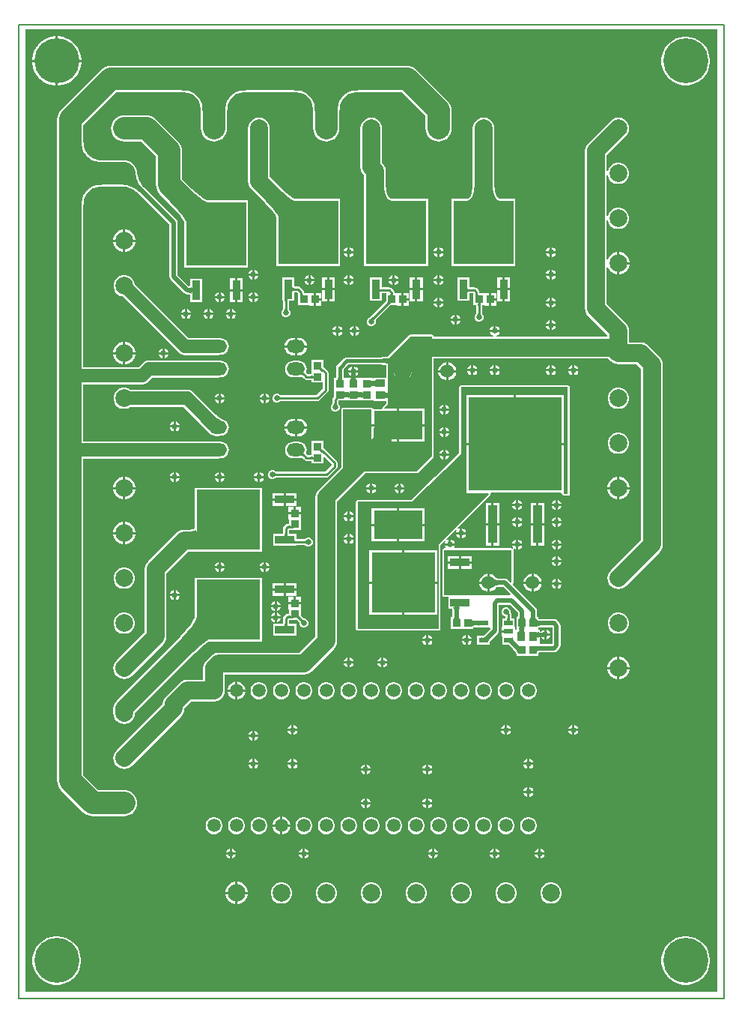
<source format=gtl>
G04*
G04 #@! TF.GenerationSoftware,Altium Limited,Altium Designer,22.3.1 (43)*
G04*
G04 Layer_Physical_Order=1*
G04 Layer_Color=255*
%FSLAX25Y25*%
%MOIN*%
G70*
G04*
G04 #@! TF.SameCoordinates,142BF1C5-0EC6-4A49-94C7-97FE39397288*
G04*
G04*
G04 #@! TF.FilePolarity,Positive*
G04*
G01*
G75*
%ADD10C,0.01000*%
%ADD13C,0.00787*%
%ADD31R,0.04134X0.16929*%
%ADD32R,0.41339X0.41732*%
%ADD33R,0.21654X0.12795*%
%ADD34R,0.26772X0.28347*%
%ADD35R,0.03740X0.08661*%
%ADD36O,0.08071X0.05709*%
%ADD37R,0.03740X0.03347*%
%ADD38R,0.03347X0.03740*%
%ADD39R,0.08661X0.03740*%
%ADD40R,0.28347X0.26772*%
%ADD41R,0.03937X0.03543*%
%ADD42R,0.03937X0.02362*%
%ADD43R,0.03543X0.03937*%
%ADD44C,0.02000*%
%ADD45C,0.10000*%
%ADD46C,0.06000*%
%ADD47C,0.08000*%
%ADD48C,0.01500*%
%ADD49C,0.05906*%
%ADD50C,0.20000*%
%ADD51C,0.07874*%
%ADD52C,0.06000*%
%ADD53C,0.02500*%
G36*
X664000Y524000D02*
X664000Y96000D01*
X356000D01*
X356000Y524000D01*
X664000Y524000D01*
D02*
G37*
%LPC*%
G36*
X370866Y521000D02*
X370500D01*
Y510500D01*
X381000D01*
Y510866D01*
X380729Y512576D01*
X380194Y514222D01*
X379408Y515765D01*
X378390Y517166D01*
X377166Y518390D01*
X375765Y519408D01*
X374222Y520194D01*
X372576Y520729D01*
X370866Y521000D01*
D02*
G37*
G36*
X369500D02*
X369134D01*
X367424Y520729D01*
X365777Y520194D01*
X364235Y519408D01*
X362834Y518390D01*
X361610Y517166D01*
X360592Y515765D01*
X359806Y514222D01*
X359271Y512576D01*
X359000Y510866D01*
Y510500D01*
X369500D01*
Y521000D01*
D02*
G37*
G36*
X650850Y520800D02*
X649150D01*
X647471Y520534D01*
X645854Y520009D01*
X644340Y519237D01*
X642964Y518238D01*
X641762Y517036D01*
X640763Y515660D01*
X639991Y514146D01*
X639466Y512529D01*
X639200Y510850D01*
Y509150D01*
X639466Y507471D01*
X639991Y505854D01*
X640763Y504340D01*
X641762Y502964D01*
X642964Y501762D01*
X644340Y500763D01*
X645854Y499991D01*
X647471Y499466D01*
X649150Y499200D01*
X650850D01*
X652529Y499466D01*
X654146Y499991D01*
X655660Y500763D01*
X657036Y501762D01*
X658238Y502964D01*
X659237Y504340D01*
X660009Y505854D01*
X660534Y507471D01*
X660800Y509150D01*
Y510850D01*
X660534Y512529D01*
X660009Y514146D01*
X659237Y515660D01*
X658238Y517036D01*
X657036Y518238D01*
X655660Y519237D01*
X654146Y520009D01*
X652529Y520534D01*
X650850Y520800D01*
D02*
G37*
G36*
X381000Y509500D02*
X370500D01*
Y499000D01*
X370866D01*
X372576Y499271D01*
X374222Y499806D01*
X375765Y500592D01*
X377166Y501610D01*
X378390Y502834D01*
X379408Y504235D01*
X380194Y505778D01*
X380729Y507424D01*
X381000Y509134D01*
Y509500D01*
D02*
G37*
G36*
X369500D02*
X359000D01*
Y509134D01*
X359271Y507424D01*
X359806Y505778D01*
X360592Y504235D01*
X361610Y502834D01*
X362834Y501610D01*
X364235Y500592D01*
X365777Y499806D01*
X367424Y499271D01*
X369134Y499000D01*
X369500D01*
Y509500D01*
D02*
G37*
G36*
X526000Y507828D02*
X394000D01*
X392863Y507716D01*
X391770Y507384D01*
X390762Y506846D01*
X389879Y506121D01*
X371879Y488121D01*
X371154Y487238D01*
X370616Y486230D01*
X370284Y485137D01*
X370172Y484000D01*
Y460000D01*
Y372000D01*
Y336000D01*
Y190000D01*
X370284Y188863D01*
X370616Y187770D01*
X371154Y186762D01*
X371879Y185879D01*
X381879Y175879D01*
X382762Y175154D01*
X383770Y174616D01*
X384863Y174284D01*
X386000Y174172D01*
X400000D01*
X401137Y174284D01*
X402230Y174616D01*
X403238Y175154D01*
X404121Y175879D01*
X404846Y176762D01*
X405384Y177770D01*
X405716Y178863D01*
X405828Y180000D01*
X405716Y181137D01*
X405384Y182230D01*
X404846Y183238D01*
X404121Y184121D01*
X403238Y184846D01*
X402230Y185384D01*
X401137Y185716D01*
X400000Y185828D01*
X388414D01*
X381828Y192414D01*
Y333167D01*
X441815D01*
X442807Y333298D01*
X442846Y333314D01*
X442996D01*
X443950Y333440D01*
X444839Y333808D01*
X445602Y334394D01*
X446188Y335157D01*
X446556Y336046D01*
X446682Y337000D01*
X446556Y337954D01*
X446188Y338843D01*
X445602Y339606D01*
X444839Y340192D01*
X443950Y340560D01*
X442996Y340686D01*
X442846D01*
X442807Y340702D01*
X441815Y340833D01*
X381828D01*
Y366167D01*
X408000D01*
X408992Y366298D01*
X409916Y366681D01*
X410710Y367290D01*
X412588Y369167D01*
X441815D01*
X442807Y369298D01*
X442846Y369314D01*
X442996D01*
X443950Y369440D01*
X444839Y369808D01*
X445602Y370394D01*
X446188Y371157D01*
X446556Y372046D01*
X446682Y373000D01*
X446556Y373954D01*
X446188Y374843D01*
X445602Y375606D01*
X444839Y376192D01*
X443950Y376560D01*
X442996Y376686D01*
X442846D01*
X442807Y376702D01*
X441815Y376833D01*
X411000D01*
X410008Y376702D01*
X409084Y376319D01*
X408290Y375710D01*
X406412Y373833D01*
X381828D01*
Y445214D01*
X381912Y446807D01*
X382193Y448399D01*
X382651Y449775D01*
X383281Y450944D01*
X384080Y451920D01*
X385056Y452719D01*
X386225Y453348D01*
X387601Y453807D01*
X389193Y454088D01*
X390786Y454172D01*
X399706D01*
X400233Y454099D01*
X401055Y453930D01*
X401850Y453709D01*
X402618Y453437D01*
X403361Y453114D01*
X404079Y452740D01*
X404773Y452313D01*
X405444Y451834D01*
X406091Y451302D01*
X406276Y451128D01*
X406702Y450702D01*
X406703Y450702D01*
X420165Y437240D01*
Y414000D01*
X420304Y413298D01*
X420702Y412702D01*
X426702Y406702D01*
X427298Y406304D01*
X428000Y406165D01*
X428598D01*
X428764Y406150D01*
X428996Y406112D01*
X429170Y406065D01*
X429283Y406019D01*
X429330Y405991D01*
Y402869D01*
X434670D01*
Y413131D01*
X429330D01*
Y410009D01*
X429283Y409981D01*
X429170Y409935D01*
X428996Y409888D01*
X428764Y409850D01*
X428747Y409848D01*
X423835Y414760D01*
Y438000D01*
X423696Y438702D01*
X423298Y439298D01*
X409298Y453298D01*
X409297Y453298D01*
X408871Y453724D01*
X408698Y453909D01*
X408166Y454556D01*
X407687Y455227D01*
X407260Y455921D01*
X406885Y456638D01*
X406562Y457381D01*
X406291Y458149D01*
X406070Y458944D01*
X405901Y459766D01*
X405780Y460641D01*
X405759Y460702D01*
X405716Y461137D01*
X405384Y462230D01*
X404846Y463238D01*
X404121Y464121D01*
X403238Y464846D01*
X402230Y465384D01*
X401137Y465716D01*
X400000Y465828D01*
X390786D01*
X389193Y465912D01*
X387601Y466193D01*
X386225Y466652D01*
X385056Y467281D01*
X384080Y468080D01*
X383281Y469056D01*
X382651Y470225D01*
X382193Y471601D01*
X381912Y473193D01*
X381828Y474786D01*
Y481586D01*
X396414Y496172D01*
X425214D01*
X426807Y496088D01*
X428399Y495807D01*
X429775Y495348D01*
X430944Y494719D01*
X431920Y493920D01*
X432719Y492944D01*
X433348Y491775D01*
X433807Y490399D01*
X434088Y488807D01*
X434172Y487214D01*
Y480000D01*
X434284Y478863D01*
X434616Y477770D01*
X435154Y476762D01*
X435879Y475879D01*
X436762Y475154D01*
X437770Y474616D01*
X438863Y474284D01*
X440000Y474172D01*
X441137Y474284D01*
X442230Y474616D01*
X443238Y475154D01*
X444121Y475879D01*
X444846Y476762D01*
X445384Y477770D01*
X445716Y478863D01*
X445828Y480000D01*
Y487214D01*
X445912Y488807D01*
X446193Y490399D01*
X446652Y491775D01*
X447281Y492944D01*
X448080Y493920D01*
X449056Y494719D01*
X450225Y495348D01*
X451601Y495807D01*
X453193Y496088D01*
X454786Y496172D01*
X475214D01*
X476807Y496088D01*
X478399Y495807D01*
X479775Y495348D01*
X480944Y494719D01*
X481920Y493920D01*
X482719Y492944D01*
X483348Y491775D01*
X483807Y490399D01*
X484088Y488807D01*
X484172Y487214D01*
Y480000D01*
X484284Y478863D01*
X484616Y477770D01*
X485154Y476762D01*
X485879Y475879D01*
X486762Y475154D01*
X487770Y474616D01*
X488863Y474284D01*
X490000Y474172D01*
X491137Y474284D01*
X492230Y474616D01*
X493238Y475154D01*
X494121Y475879D01*
X494846Y476762D01*
X495384Y477770D01*
X495716Y478863D01*
X495828Y480000D01*
Y487214D01*
X495912Y488807D01*
X496193Y490399D01*
X496652Y491775D01*
X497281Y492944D01*
X498080Y493920D01*
X499056Y494719D01*
X500225Y495348D01*
X501601Y495807D01*
X503193Y496088D01*
X504786Y496172D01*
X523586D01*
X534172Y485586D01*
Y480000D01*
X534284Y478863D01*
X534616Y477770D01*
X535154Y476762D01*
X535879Y475879D01*
X536762Y475154D01*
X537770Y474616D01*
X538863Y474284D01*
X540000Y474172D01*
X541137Y474284D01*
X542230Y474616D01*
X543238Y475154D01*
X544121Y475879D01*
X544846Y476762D01*
X545384Y477770D01*
X545716Y478863D01*
X545828Y480000D01*
Y488000D01*
X545716Y489137D01*
X545384Y490230D01*
X544846Y491238D01*
X544121Y492121D01*
X530121Y506121D01*
X529238Y506846D01*
X528230Y507384D01*
X527137Y507716D01*
X526000Y507828D01*
D02*
G37*
G36*
X620000Y484841D02*
X618747Y484677D01*
X617579Y484193D01*
X616577Y483423D01*
X606577Y473423D01*
X605807Y472421D01*
X605324Y471253D01*
X605159Y470000D01*
Y400000D01*
X605324Y398747D01*
X605807Y397579D01*
X606577Y396577D01*
X615159Y387995D01*
Y387341D01*
X565768D01*
X565668Y387841D01*
X566274Y388092D01*
X566908Y388725D01*
X567228Y389500D01*
X562772D01*
X563093Y388725D01*
X563726Y388092D01*
X564332Y387841D01*
X564232Y387341D01*
X537816D01*
Y387500D01*
X537754Y387812D01*
X537577Y388077D01*
X537312Y388254D01*
X537000Y388316D01*
X527500D01*
X527500Y388316D01*
X527188Y388254D01*
X526923Y388077D01*
X526923Y388077D01*
X517506Y378660D01*
X516920Y378545D01*
X515912Y378407D01*
X513549Y378243D01*
X513180Y378238D01*
X499157D01*
X498553Y378117D01*
X498040Y377775D01*
X494882Y374618D01*
X494540Y374105D01*
X494420Y373500D01*
Y369291D01*
X494410Y369185D01*
X494384Y369030D01*
X494358Y368934D01*
X493330D01*
Y363987D01*
Y360744D01*
X493063Y360477D01*
X492775Y360047D01*
X492674Y359539D01*
Y357751D01*
X492666Y357701D01*
X492655Y357654D01*
X492642Y357613D01*
X492627Y357579D01*
X492612Y357550D01*
X492595Y357524D01*
X492576Y357500D01*
X492529Y357450D01*
X492494Y357393D01*
X492262Y357161D01*
X491950Y356408D01*
Y355592D01*
X492262Y354839D01*
X492839Y354262D01*
X493592Y353950D01*
X494408D01*
X495161Y354262D01*
X495738Y354839D01*
X496050Y355592D01*
Y356408D01*
X495738Y357161D01*
X495506Y357393D01*
X495471Y357450D01*
X495424Y357500D01*
X495405Y357524D01*
X495388Y357550D01*
X495373Y357579D01*
X495358Y357613D01*
X495345Y357654D01*
X495334Y357701D01*
X495326Y357751D01*
Y358990D01*
X495401Y359066D01*
X497840D01*
X497858Y359063D01*
X497877Y359066D01*
X498670D01*
Y359111D01*
X498999Y359304D01*
X499330Y359105D01*
Y359066D01*
X500124D01*
X500142Y359063D01*
X500160Y359066D01*
X503840D01*
X503858Y359063D01*
X503876Y359066D01*
X504670D01*
Y359111D01*
X504999Y359304D01*
X505330Y359105D01*
Y359066D01*
X506123D01*
X506142Y359063D01*
X506160Y359066D01*
X510670D01*
Y363925D01*
X510931Y364065D01*
X511065Y363998D01*
X511232Y363841D01*
Y358771D01*
X515938D01*
X515956Y358767D01*
X515975Y358771D01*
X516684D01*
Y357838D01*
X515283Y356436D01*
X515106Y356172D01*
X515044Y355860D01*
X515076Y355698D01*
X514784Y355198D01*
X510950D01*
X510927Y355312D01*
X510750Y355577D01*
X510485Y355754D01*
X510173Y355816D01*
X497500D01*
X497188Y355754D01*
X496923Y355577D01*
X496746Y355312D01*
X496684Y355000D01*
Y329531D01*
X486577Y319423D01*
X485807Y318421D01*
X485323Y317253D01*
X485159Y316000D01*
Y254005D01*
X477995Y246841D01*
X442000D01*
X440747Y246676D01*
X439579Y246193D01*
X438577Y245423D01*
X436577Y243423D01*
X435807Y242421D01*
X435323Y241253D01*
X435159Y240000D01*
Y234841D01*
X428000D01*
X426747Y234677D01*
X425579Y234193D01*
X424577Y233423D01*
X418577Y227423D01*
X417807Y226421D01*
X417323Y225253D01*
X417159Y224006D01*
X396577Y203423D01*
X395807Y202421D01*
X395323Y201253D01*
X395159Y200000D01*
X395323Y198747D01*
X395807Y197579D01*
X396577Y196577D01*
X397579Y195807D01*
X398747Y195324D01*
X400000Y195159D01*
X401253Y195324D01*
X402421Y195807D01*
X403423Y196577D01*
X425423Y218577D01*
X426193Y219579D01*
X426677Y220747D01*
X426841Y221994D01*
X430005Y225159D01*
X440000D01*
X441253Y225324D01*
X442421Y225807D01*
X443423Y226577D01*
X444193Y227579D01*
X444676Y228747D01*
X444841Y230000D01*
Y237159D01*
X480000D01*
X481253Y237323D01*
X482421Y237807D01*
X483423Y238577D01*
X493423Y248577D01*
X494193Y249579D01*
X494676Y250747D01*
X494841Y252000D01*
Y313995D01*
X507531Y326684D01*
X530000D01*
X530312Y326746D01*
X530577Y326923D01*
X530577Y326923D01*
X537577Y333923D01*
X537754Y334188D01*
X537816Y334500D01*
X537816Y334500D01*
Y377659D01*
X615495D01*
X616577Y376577D01*
X617579Y375807D01*
X618747Y375324D01*
X620000Y375159D01*
X627995D01*
X630159Y372995D01*
Y297005D01*
X616577Y283423D01*
X615807Y282421D01*
X615323Y281253D01*
X615159Y280000D01*
X615323Y278747D01*
X615807Y277579D01*
X616577Y276577D01*
X617579Y275807D01*
X618747Y275324D01*
X620000Y275159D01*
X621253Y275324D01*
X622421Y275807D01*
X623423Y276577D01*
X638423Y291577D01*
X639193Y292579D01*
X639677Y293747D01*
X639841Y295000D01*
Y375000D01*
X639677Y376253D01*
X639193Y377421D01*
X638423Y378423D01*
X633423Y383423D01*
X632421Y384193D01*
X631253Y384677D01*
X630000Y384841D01*
X624841D01*
Y390000D01*
X624677Y391253D01*
X624193Y392421D01*
X623423Y393423D01*
X614841Y402005D01*
Y418245D01*
X615341Y418311D01*
X615399Y418094D01*
X616049Y416969D01*
X616969Y416049D01*
X618094Y415399D01*
X619350Y415063D01*
X619500D01*
Y420000D01*
Y424937D01*
X619350D01*
X618094Y424601D01*
X616969Y423951D01*
X616049Y423031D01*
X615399Y421906D01*
X615341Y421689D01*
X614841Y421755D01*
Y439018D01*
X615341Y439084D01*
X615586Y438172D01*
X616210Y437091D01*
X617091Y436209D01*
X618172Y435586D01*
X619376Y435263D01*
X620624D01*
X621828Y435586D01*
X622909Y436209D01*
X623791Y437091D01*
X624414Y438172D01*
X624737Y439376D01*
Y440624D01*
X624414Y441828D01*
X623791Y442909D01*
X622909Y443790D01*
X621828Y444414D01*
X620624Y444737D01*
X619376D01*
X618172Y444414D01*
X617091Y443790D01*
X616210Y442909D01*
X615586Y441828D01*
X615341Y440916D01*
X614841Y440982D01*
Y459017D01*
X615341Y459082D01*
X615586Y458172D01*
X616209Y457091D01*
X617091Y456210D01*
X618171Y455586D01*
X619376Y455263D01*
X620623D01*
X621828Y455586D01*
X622908Y456210D01*
X623790Y457091D01*
X624414Y458172D01*
X624737Y459376D01*
Y460624D01*
X624414Y461828D01*
X623790Y462909D01*
X622908Y463791D01*
X621828Y464414D01*
X620623Y464737D01*
X619376D01*
X618171Y464414D01*
X617091Y463791D01*
X616209Y462909D01*
X615586Y461828D01*
X615341Y460918D01*
X614841Y460983D01*
Y467995D01*
X623423Y476577D01*
X624193Y477579D01*
X624677Y478747D01*
X624841Y480000D01*
X624677Y481253D01*
X624193Y482421D01*
X623423Y483423D01*
X622421Y484193D01*
X621253Y484677D01*
X620000Y484841D01*
D02*
G37*
G36*
X400650Y434937D02*
X400500D01*
Y430500D01*
X404937D01*
Y430650D01*
X404601Y431906D01*
X403951Y433031D01*
X403031Y433951D01*
X401906Y434601D01*
X400650Y434937D01*
D02*
G37*
G36*
X399500D02*
X399350D01*
X398094Y434601D01*
X396969Y433951D01*
X396049Y433031D01*
X395399Y431906D01*
X395063Y430650D01*
Y430500D01*
X399500D01*
Y434937D01*
D02*
G37*
G36*
X590500Y427228D02*
Y425500D01*
X592228D01*
X591908Y426274D01*
X591274Y426907D01*
X590500Y427228D01*
D02*
G37*
G36*
X589500D02*
X588726Y426907D01*
X588093Y426274D01*
X587772Y425500D01*
X589500D01*
Y427228D01*
D02*
G37*
G36*
X540500D02*
Y425500D01*
X542228D01*
X541908Y426274D01*
X541274Y426907D01*
X540500Y427228D01*
D02*
G37*
G36*
X539500D02*
X538726Y426907D01*
X538093Y426274D01*
X537772Y425500D01*
X539500D01*
Y427228D01*
D02*
G37*
G36*
X500500D02*
Y425500D01*
X502228D01*
X501907Y426274D01*
X501274Y426907D01*
X500500Y427228D01*
D02*
G37*
G36*
X499500D02*
X498726Y426907D01*
X498093Y426274D01*
X497772Y425500D01*
X499500D01*
Y427228D01*
D02*
G37*
G36*
X404937Y429500D02*
X400500D01*
Y425063D01*
X400650D01*
X401906Y425399D01*
X403031Y426049D01*
X403951Y426969D01*
X404601Y428094D01*
X404937Y429350D01*
Y429500D01*
D02*
G37*
G36*
X399500D02*
X395063D01*
Y429350D01*
X395399Y428094D01*
X396049Y426969D01*
X396969Y426049D01*
X398094Y425399D01*
X399350Y425063D01*
X399500D01*
Y429500D01*
D02*
G37*
G36*
X592228Y424500D02*
X590500D01*
Y422772D01*
X591274Y423093D01*
X591908Y423726D01*
X592228Y424500D01*
D02*
G37*
G36*
X589500D02*
X587772D01*
X588093Y423726D01*
X588726Y423093D01*
X589500Y422772D01*
Y424500D01*
D02*
G37*
G36*
X542228D02*
X540500D01*
Y422772D01*
X541274Y423093D01*
X541908Y423726D01*
X542228Y424500D01*
D02*
G37*
G36*
X539500D02*
X537772D01*
X538093Y423726D01*
X538726Y423093D01*
X539500Y422772D01*
Y424500D01*
D02*
G37*
G36*
X502228D02*
X500500D01*
Y422772D01*
X501274Y423093D01*
X501907Y423726D01*
X502228Y424500D01*
D02*
G37*
G36*
X499500D02*
X497772D01*
X498093Y423726D01*
X498726Y423093D01*
X499500Y422772D01*
Y424500D01*
D02*
G37*
G36*
X620650Y424937D02*
X620500D01*
Y420500D01*
X624937D01*
Y420650D01*
X624601Y421906D01*
X623951Y423031D01*
X623031Y423951D01*
X621906Y424601D01*
X620650Y424937D01*
D02*
G37*
G36*
X560000Y484841D02*
X558747Y484676D01*
X557579Y484193D01*
X556577Y483423D01*
X555807Y482420D01*
X555324Y481253D01*
X555159Y480000D01*
Y454871D01*
X555145Y454365D01*
X555030Y453061D01*
X554842Y451932D01*
X554586Y450980D01*
X554270Y450208D01*
X553907Y449614D01*
X553508Y449184D01*
X553072Y448894D01*
X552579Y448720D01*
X551922Y448650D01*
X545814D01*
Y418704D01*
X574186D01*
Y448650D01*
X568078D01*
X567421Y448720D01*
X566928Y448894D01*
X566492Y449184D01*
X566093Y449614D01*
X565730Y450208D01*
X565414Y450980D01*
X565158Y451932D01*
X564970Y453061D01*
X564855Y454365D01*
X564841Y454871D01*
Y480000D01*
X564677Y481253D01*
X564193Y482420D01*
X563423Y483423D01*
X562421Y484193D01*
X561253Y484676D01*
X560000Y484841D01*
D02*
G37*
G36*
X510000Y484841D02*
X508747Y484677D01*
X507579Y484193D01*
X506577Y483423D01*
X505807Y482421D01*
X505324Y481253D01*
X505159Y480000D01*
Y462772D01*
X505324Y461519D01*
X505807Y460351D01*
X506577Y459348D01*
X506851Y459073D01*
Y443063D01*
X506893Y442748D01*
Y418704D01*
X535265D01*
Y448650D01*
X519771D01*
X519114Y448720D01*
X518620Y448894D01*
X518185Y449184D01*
X517786Y449614D01*
X517423Y450208D01*
X517107Y450980D01*
X516851Y451932D01*
X516663Y453061D01*
X516548Y454365D01*
X516534Y454871D01*
Y461079D01*
X516369Y462332D01*
X515886Y463499D01*
X515116Y464502D01*
X514841Y464777D01*
Y480000D01*
X514677Y481253D01*
X514193Y482421D01*
X513423Y483423D01*
X512421Y484193D01*
X511253Y484677D01*
X510000Y484841D01*
D02*
G37*
G36*
X460000D02*
X458747Y484677D01*
X457579Y484193D01*
X456577Y483423D01*
X455807Y482421D01*
X455324Y481253D01*
X455159Y480000D01*
Y456465D01*
X455324Y455211D01*
X455807Y454044D01*
X456577Y453041D01*
X462855Y446762D01*
X465293Y444138D01*
X466388Y442768D01*
X467257Y441519D01*
X467814Y440544D01*
Y436543D01*
X467810Y436525D01*
X467814Y436506D01*
Y418704D01*
X496186D01*
Y448650D01*
X479958D01*
X479940Y448654D01*
X479921Y448650D01*
X475920D01*
X474945Y449207D01*
X473706Y450070D01*
X470814Y452517D01*
X470254Y453058D01*
X464841Y458470D01*
Y480000D01*
X464677Y481253D01*
X464193Y482421D01*
X463423Y483423D01*
X462421Y484193D01*
X461253Y484677D01*
X460000Y484841D01*
D02*
G37*
G36*
X410000Y485828D02*
X400000D01*
X398863Y485716D01*
X397770Y485384D01*
X396762Y484846D01*
X395879Y484121D01*
X395154Y483238D01*
X394616Y482230D01*
X394284Y481137D01*
X394172Y480000D01*
X394284Y478863D01*
X394616Y477770D01*
X395154Y476762D01*
X395879Y475879D01*
X396762Y475154D01*
X397770Y474616D01*
X398863Y474284D01*
X400000Y474172D01*
X407586D01*
X414172Y467586D01*
Y454961D01*
X414284Y453824D01*
X414616Y452730D01*
X415154Y451723D01*
X415879Y450840D01*
X420172Y446547D01*
X423590Y442865D01*
X424969Y441142D01*
X426064Y439568D01*
X426791Y438296D01*
Y433234D01*
X426787Y433216D01*
X426791Y433197D01*
Y418224D01*
X455162D01*
Y448170D01*
X441763D01*
X441745Y448174D01*
X441726Y448170D01*
X436664D01*
X435393Y448897D01*
X433827Y449986D01*
X430200Y453055D01*
X428682Y454521D01*
X425828Y457375D01*
Y470000D01*
X425716Y471137D01*
X425384Y472230D01*
X424846Y473238D01*
X424121Y474121D01*
X414121Y484121D01*
X413238Y484846D01*
X412230Y485384D01*
X411137Y485716D01*
X410000Y485828D01*
D02*
G37*
G36*
X590500Y417228D02*
Y415500D01*
X592228D01*
X591908Y416274D01*
X591274Y416908D01*
X590500Y417228D01*
D02*
G37*
G36*
X589500D02*
X588726Y416908D01*
X588093Y416274D01*
X587772Y415500D01*
X589500D01*
Y417228D01*
D02*
G37*
G36*
X458000D02*
Y415500D01*
X459728D01*
X459408Y416274D01*
X458775Y416908D01*
X458000Y417228D01*
D02*
G37*
G36*
X457000D02*
X456225Y416908D01*
X455592Y416274D01*
X455272Y415500D01*
X457000D01*
Y417228D01*
D02*
G37*
G36*
X624937Y419500D02*
X620500D01*
Y415063D01*
X620650D01*
X621906Y415399D01*
X623031Y416049D01*
X623951Y416969D01*
X624601Y418094D01*
X624937Y419350D01*
Y419500D01*
D02*
G37*
G36*
X540500Y414728D02*
Y413000D01*
X542228D01*
X541908Y413774D01*
X541274Y414407D01*
X540500Y414728D01*
D02*
G37*
G36*
X539500D02*
X538726Y414407D01*
X538093Y413774D01*
X537772Y413000D01*
X539500D01*
Y414728D01*
D02*
G37*
G36*
X520500D02*
Y413000D01*
X522228D01*
X521908Y413774D01*
X521275Y414407D01*
X520500Y414728D01*
D02*
G37*
G36*
X519500D02*
X518725Y414407D01*
X518092Y413774D01*
X517772Y413000D01*
X519500D01*
Y414728D01*
D02*
G37*
G36*
X500500D02*
Y413000D01*
X502228D01*
X501907Y413774D01*
X501274Y414407D01*
X500500Y414728D01*
D02*
G37*
G36*
X499500D02*
X498726Y414407D01*
X498093Y413774D01*
X497772Y413000D01*
X499500D01*
Y414728D01*
D02*
G37*
G36*
X483000D02*
Y413000D01*
X484728D01*
X484408Y413774D01*
X483775Y414407D01*
X483000Y414728D01*
D02*
G37*
G36*
X482000D02*
X481225Y414407D01*
X480592Y413774D01*
X480272Y413000D01*
X482000D01*
Y414728D01*
D02*
G37*
G36*
X592228Y414500D02*
X590500D01*
Y412772D01*
X591274Y413093D01*
X591908Y413726D01*
X592228Y414500D01*
D02*
G37*
G36*
X589500D02*
X587772D01*
X588093Y413726D01*
X588726Y413093D01*
X589500Y412772D01*
Y414500D01*
D02*
G37*
G36*
X459728D02*
X458000D01*
Y412772D01*
X458775Y413093D01*
X459408Y413726D01*
X459728Y414500D01*
D02*
G37*
G36*
X457000D02*
X455272D01*
X455592Y413726D01*
X456225Y413093D01*
X457000Y412772D01*
Y414500D01*
D02*
G37*
G36*
X542228Y412000D02*
X540500D01*
Y410272D01*
X541274Y410593D01*
X541908Y411226D01*
X542228Y412000D01*
D02*
G37*
G36*
X539500D02*
X537772D01*
X538093Y411226D01*
X538726Y410593D01*
X539500Y410272D01*
Y412000D01*
D02*
G37*
G36*
X522228D02*
X520500D01*
Y410272D01*
X521275Y410593D01*
X521908Y411226D01*
X522228Y412000D01*
D02*
G37*
G36*
X519500D02*
X517772D01*
X518092Y411226D01*
X518725Y410593D01*
X519500Y410272D01*
Y412000D01*
D02*
G37*
G36*
X502228D02*
X500500D01*
Y410272D01*
X501274Y410593D01*
X501907Y411226D01*
X502228Y412000D01*
D02*
G37*
G36*
X499500D02*
X497772D01*
X498093Y411226D01*
X498726Y410593D01*
X499500Y410272D01*
Y412000D01*
D02*
G37*
G36*
X484728D02*
X483000D01*
Y410272D01*
X483775Y410593D01*
X484408Y411226D01*
X484728Y412000D01*
D02*
G37*
G36*
X482000D02*
X480272D01*
X480592Y411226D01*
X481225Y410593D01*
X482000Y410272D01*
Y412000D01*
D02*
G37*
G36*
X571846Y413811D02*
X569476D01*
Y408980D01*
X571846D01*
Y413811D01*
D02*
G37*
G36*
X493847D02*
X491476D01*
Y408980D01*
X493847D01*
Y413811D01*
D02*
G37*
G36*
X532925D02*
X530555D01*
Y408980D01*
X532925D01*
Y413811D01*
D02*
G37*
G36*
X529555D02*
X527185D01*
Y408980D01*
X529555D01*
Y413811D01*
D02*
G37*
G36*
X568476D02*
X566106D01*
Y408980D01*
X568476D01*
Y413811D01*
D02*
G37*
G36*
X490476D02*
X488106D01*
Y408980D01*
X490476D01*
Y413811D01*
D02*
G37*
G36*
X452823Y413331D02*
X450453D01*
Y408500D01*
X452823D01*
Y413331D01*
D02*
G37*
G36*
X449453D02*
X447083D01*
Y408500D01*
X449453D01*
Y413331D01*
D02*
G37*
G36*
X458000Y407228D02*
Y405500D01*
X459728D01*
X459408Y406275D01*
X458775Y406908D01*
X458000Y407228D01*
D02*
G37*
G36*
X457000D02*
X456225Y406908D01*
X455592Y406275D01*
X455272Y405500D01*
X457000D01*
Y407228D01*
D02*
G37*
G36*
X443000D02*
Y405500D01*
X444728D01*
X444408Y406275D01*
X443775Y406908D01*
X443000Y407228D01*
D02*
G37*
G36*
X442000D02*
X441225Y406908D01*
X440592Y406275D01*
X440272Y405500D01*
X442000D01*
Y407228D01*
D02*
G37*
G36*
X565594Y406870D02*
X563421D01*
Y404500D01*
X565594D01*
Y406870D01*
D02*
G37*
G36*
X487595D02*
X485421D01*
Y404500D01*
X487595D01*
Y406870D01*
D02*
G37*
G36*
X526673D02*
X524500D01*
Y404500D01*
X526673D01*
Y406870D01*
D02*
G37*
G36*
X571846Y407980D02*
X569476D01*
Y403150D01*
X571846D01*
Y407980D01*
D02*
G37*
G36*
X568476D02*
X566106D01*
Y403150D01*
X568476D01*
Y407980D01*
D02*
G37*
G36*
X532925D02*
X530555D01*
Y403150D01*
X532925D01*
Y407980D01*
D02*
G37*
G36*
X529555D02*
X527185D01*
Y403150D01*
X529555D01*
Y407980D01*
D02*
G37*
G36*
X493847D02*
X491476D01*
Y403150D01*
X493847D01*
Y407980D01*
D02*
G37*
G36*
X490476D02*
X488106D01*
Y403150D01*
X490476D01*
Y407980D01*
D02*
G37*
G36*
X590500Y404728D02*
Y403000D01*
X592228D01*
X591908Y403774D01*
X591274Y404408D01*
X590500Y404728D01*
D02*
G37*
G36*
X589500D02*
X588726Y404408D01*
X588093Y403774D01*
X587772Y403000D01*
X589500D01*
Y404728D01*
D02*
G37*
G36*
X540500D02*
Y403000D01*
X542228D01*
X541908Y403774D01*
X541274Y404408D01*
X540500Y404728D01*
D02*
G37*
G36*
X539500D02*
X538726Y404408D01*
X538093Y403774D01*
X537772Y403000D01*
X539500D01*
Y404728D01*
D02*
G37*
G36*
X459728Y404500D02*
X458000D01*
Y402772D01*
X458775Y403092D01*
X459408Y403725D01*
X459728Y404500D01*
D02*
G37*
G36*
X457000D02*
X455272D01*
X455592Y403725D01*
X456225Y403092D01*
X457000Y402772D01*
Y404500D01*
D02*
G37*
G36*
X444728D02*
X443000D01*
Y402772D01*
X443775Y403092D01*
X444408Y403725D01*
X444728Y404500D01*
D02*
G37*
G36*
X442000D02*
X440272D01*
X440592Y403725D01*
X441225Y403092D01*
X442000Y402772D01*
Y404500D01*
D02*
G37*
G36*
X452823Y407500D02*
X450453D01*
Y402669D01*
X452823D01*
Y407500D01*
D02*
G37*
G36*
X449453D02*
X447083D01*
Y402669D01*
X449453D01*
Y407500D01*
D02*
G37*
G36*
X565594Y403500D02*
X563421D01*
Y401130D01*
X565594D01*
Y403500D01*
D02*
G37*
G36*
X553694Y413611D02*
X548353D01*
Y403350D01*
X553694D01*
Y406674D01*
X555451D01*
X555501Y406624D01*
Y405173D01*
X555527Y405045D01*
Y401330D01*
X556674D01*
Y397751D01*
X556666Y397701D01*
X556655Y397654D01*
X556642Y397613D01*
X556627Y397580D01*
X556612Y397550D01*
X556595Y397524D01*
X556576Y397500D01*
X556529Y397450D01*
X556494Y397393D01*
X556262Y397161D01*
X555950Y396408D01*
Y395592D01*
X556262Y394839D01*
X556839Y394262D01*
X557592Y393950D01*
X558408D01*
X559161Y394262D01*
X559738Y394839D01*
X560050Y395592D01*
Y396408D01*
X559738Y397161D01*
X559506Y397393D01*
X559471Y397450D01*
X559424Y397500D01*
X559405Y397524D01*
X559388Y397550D01*
X559373Y397580D01*
X559358Y397614D01*
X559345Y397654D01*
X559334Y397701D01*
X559326Y397751D01*
Y401330D01*
X560248D01*
Y401130D01*
X562421D01*
Y404000D01*
Y406870D01*
X560248D01*
Y406670D01*
X558152D01*
Y407173D01*
X558051Y407681D01*
X557764Y408111D01*
X556937Y408937D01*
X556507Y409225D01*
X556000Y409326D01*
X553694D01*
Y413611D01*
D02*
G37*
G36*
X526673Y403500D02*
X524500D01*
Y401130D01*
X526673D01*
Y403500D01*
D02*
G37*
G36*
X514772Y413611D02*
X509432D01*
Y403350D01*
X514772D01*
Y406674D01*
X516107D01*
X516606Y406670D01*
Y403575D01*
X516602Y403556D01*
X516606Y403538D01*
Y403260D01*
X516572Y403212D01*
X516345Y402944D01*
X509748Y396346D01*
X509660Y396263D01*
X509457Y396089D01*
X509291Y395963D01*
X509240Y395929D01*
X509202Y395907D01*
X509152Y395883D01*
X509107Y395849D01*
X508839Y395738D01*
X508262Y395161D01*
X507950Y394408D01*
Y393592D01*
X508262Y392839D01*
X508839Y392262D01*
X509592Y391950D01*
X510408D01*
X511161Y392262D01*
X511738Y392839D01*
X512050Y393592D01*
Y394408D01*
X511908Y394751D01*
X511907Y394757D01*
X518178Y401028D01*
X518347Y401184D01*
X518478Y401290D01*
X518536Y401330D01*
X518813D01*
X518832Y401326D01*
X518850Y401330D01*
X521327D01*
Y401130D01*
X523500D01*
Y404000D01*
Y406870D01*
X521327D01*
Y406670D01*
X520404D01*
Y406921D01*
X520303Y407429D01*
X520016Y407859D01*
X518937Y408937D01*
X518507Y409225D01*
X518000Y409326D01*
X514772D01*
Y413611D01*
D02*
G37*
G36*
X487595Y403500D02*
X485421D01*
Y401130D01*
X487595D01*
Y403500D01*
D02*
G37*
G36*
X475694Y413611D02*
X470354D01*
Y404175D01*
X470350Y404156D01*
X470354Y404139D01*
Y403350D01*
X470675D01*
Y399751D01*
X470666Y399701D01*
X470655Y399654D01*
X470642Y399613D01*
X470627Y399580D01*
X470612Y399550D01*
X470595Y399524D01*
X470576Y399500D01*
X470529Y399450D01*
X470494Y399393D01*
X470262Y399161D01*
X469950Y398408D01*
Y397592D01*
X470262Y396839D01*
X470839Y396262D01*
X471592Y395950D01*
X472408D01*
X473161Y396262D01*
X473738Y396839D01*
X474050Y397592D01*
Y398408D01*
X473738Y399161D01*
X473506Y399393D01*
X473471Y399450D01*
X473424Y399500D01*
X473405Y399524D01*
X473388Y399550D01*
X473373Y399580D01*
X473358Y399613D01*
X473345Y399654D01*
X473334Y399701D01*
X473325Y399751D01*
Y403350D01*
X475694D01*
Y407155D01*
X476971D01*
X477501Y406624D01*
Y405173D01*
X477527Y405045D01*
Y401330D01*
X482248D01*
Y401130D01*
X484421D01*
Y404000D01*
Y406870D01*
X482248D01*
Y406670D01*
X480152D01*
Y407173D01*
X480051Y407681D01*
X479764Y408111D01*
X478457Y409418D01*
X478027Y409705D01*
X477520Y409806D01*
X475694D01*
Y413611D01*
D02*
G37*
G36*
X592228Y402000D02*
X590500D01*
Y400272D01*
X591274Y400593D01*
X591908Y401226D01*
X592228Y402000D01*
D02*
G37*
G36*
X589500D02*
X587772D01*
X588093Y401226D01*
X588726Y400593D01*
X589500Y400272D01*
Y402000D01*
D02*
G37*
G36*
X542228D02*
X540500D01*
Y400272D01*
X541274Y400593D01*
X541908Y401226D01*
X542228Y402000D01*
D02*
G37*
G36*
X539500D02*
X537772D01*
X538093Y401226D01*
X538726Y400593D01*
X539500Y400272D01*
Y402000D01*
D02*
G37*
G36*
X448000Y399728D02*
Y398000D01*
X449728D01*
X449407Y398775D01*
X448774Y399408D01*
X448000Y399728D01*
D02*
G37*
G36*
X447000D02*
X446226Y399408D01*
X445592Y398775D01*
X445272Y398000D01*
X447000D01*
Y399728D01*
D02*
G37*
G36*
X438000D02*
Y398000D01*
X439728D01*
X439407Y398775D01*
X438774Y399408D01*
X438000Y399728D01*
D02*
G37*
G36*
X437000D02*
X436226Y399408D01*
X435593Y398775D01*
X435272Y398000D01*
X437000D01*
Y399728D01*
D02*
G37*
G36*
X428000D02*
Y398000D01*
X429728D01*
X429408Y398775D01*
X428774Y399408D01*
X428000Y399728D01*
D02*
G37*
G36*
X427000D02*
X426226Y399408D01*
X425593Y398775D01*
X425272Y398000D01*
X427000D01*
Y399728D01*
D02*
G37*
G36*
X548000Y397228D02*
Y395500D01*
X549728D01*
X549407Y396274D01*
X548774Y396907D01*
X548000Y397228D01*
D02*
G37*
G36*
X547000D02*
X546226Y396907D01*
X545592Y396274D01*
X545272Y395500D01*
X547000D01*
Y397228D01*
D02*
G37*
G36*
X449728Y397000D02*
X448000D01*
Y395272D01*
X448774Y395592D01*
X449407Y396226D01*
X449728Y397000D01*
D02*
G37*
G36*
X447000D02*
X445272D01*
X445592Y396226D01*
X446226Y395592D01*
X447000Y395272D01*
Y397000D01*
D02*
G37*
G36*
X439728D02*
X438000D01*
Y395272D01*
X438774Y395592D01*
X439407Y396226D01*
X439728Y397000D01*
D02*
G37*
G36*
X437000D02*
X435272D01*
X435593Y396226D01*
X436226Y395592D01*
X437000Y395272D01*
Y397000D01*
D02*
G37*
G36*
X429728D02*
X428000D01*
Y395272D01*
X428774Y395592D01*
X429408Y396226D01*
X429728Y397000D01*
D02*
G37*
G36*
X427000D02*
X425272D01*
X425593Y396226D01*
X426226Y395592D01*
X427000Y395272D01*
Y397000D01*
D02*
G37*
G36*
X590500Y394728D02*
Y393000D01*
X592228D01*
X591908Y393775D01*
X591274Y394408D01*
X590500Y394728D01*
D02*
G37*
G36*
X589500D02*
X588726Y394408D01*
X588093Y393775D01*
X587772Y393000D01*
X589500D01*
Y394728D01*
D02*
G37*
G36*
X549728Y394500D02*
X548000D01*
Y392772D01*
X548774Y393092D01*
X549407Y393725D01*
X549728Y394500D01*
D02*
G37*
G36*
X547000D02*
X545272D01*
X545592Y393725D01*
X546226Y393092D01*
X547000Y392772D01*
Y394500D01*
D02*
G37*
G36*
X565500Y392228D02*
Y390500D01*
X567228D01*
X566908Y391274D01*
X566274Y391908D01*
X565500Y392228D01*
D02*
G37*
G36*
X564500D02*
X563726Y391908D01*
X563093Y391274D01*
X562772Y390500D01*
X564500D01*
Y392228D01*
D02*
G37*
G36*
X503000D02*
Y390500D01*
X504728D01*
X504408Y391274D01*
X503774Y391908D01*
X503000Y392228D01*
D02*
G37*
G36*
X502000D02*
X501226Y391908D01*
X500593Y391274D01*
X500272Y390500D01*
X502000D01*
Y392228D01*
D02*
G37*
G36*
X495500D02*
Y390500D01*
X497228D01*
X496908Y391274D01*
X496275Y391908D01*
X495500Y392228D01*
D02*
G37*
G36*
X494500D02*
X493725Y391908D01*
X493092Y391274D01*
X492772Y390500D01*
X494500D01*
Y392228D01*
D02*
G37*
G36*
X592228Y392000D02*
X590500D01*
Y390272D01*
X591274Y390593D01*
X591908Y391226D01*
X592228Y392000D01*
D02*
G37*
G36*
X589500D02*
X587772D01*
X588093Y391226D01*
X588726Y390593D01*
X589500Y390272D01*
Y392000D01*
D02*
G37*
G36*
X504728Y389500D02*
X503000D01*
Y387772D01*
X503774Y388092D01*
X504408Y388725D01*
X504728Y389500D01*
D02*
G37*
G36*
X502000D02*
X500272D01*
X500593Y388725D01*
X501226Y388092D01*
X502000Y387772D01*
Y389500D01*
D02*
G37*
G36*
X497228D02*
X495500D01*
Y387772D01*
X496275Y388092D01*
X496908Y388725D01*
X497228Y389500D01*
D02*
G37*
G36*
X494500D02*
X492772D01*
X493092Y388725D01*
X493725Y388092D01*
X494500Y387772D01*
Y389500D01*
D02*
G37*
G36*
X477642Y386888D02*
X476961D01*
Y383500D01*
X481463D01*
X481397Y384006D01*
X481008Y384944D01*
X480391Y385749D01*
X479586Y386367D01*
X478648Y386755D01*
X477642Y386888D01*
D02*
G37*
G36*
X475961D02*
X475280D01*
X474273Y386755D01*
X473336Y386367D01*
X472531Y385749D01*
X471913Y384944D01*
X471524Y384006D01*
X471458Y383500D01*
X475961D01*
Y386888D01*
D02*
G37*
G36*
X400650Y384937D02*
X400500D01*
Y380500D01*
X404937D01*
Y380650D01*
X404601Y381906D01*
X403951Y383031D01*
X403031Y383951D01*
X401906Y384601D01*
X400650Y384937D01*
D02*
G37*
G36*
X418000Y382228D02*
Y380500D01*
X419728D01*
X419408Y381275D01*
X418775Y381908D01*
X418000Y382228D01*
D02*
G37*
G36*
X417000D02*
X416225Y381908D01*
X415592Y381275D01*
X415272Y380500D01*
X417000D01*
Y382228D01*
D02*
G37*
G36*
X399500Y384937D02*
X399350D01*
X398094Y384601D01*
X396969Y383951D01*
X396049Y383031D01*
X395399Y381906D01*
X395063Y380650D01*
Y380500D01*
X399500D01*
Y384937D01*
D02*
G37*
G36*
X400623Y414737D02*
X399376D01*
X398171Y414414D01*
X397091Y413791D01*
X396209Y412909D01*
X395585Y411828D01*
X395263Y410624D01*
Y409376D01*
X395585Y408172D01*
X396209Y407091D01*
X397091Y406210D01*
X398171Y405586D01*
X399294Y405285D01*
X424290Y380290D01*
X425083Y379681D01*
X426008Y379298D01*
X427000Y379167D01*
X441815D01*
X442807Y379298D01*
X442846Y379314D01*
X442996D01*
X443950Y379440D01*
X444839Y379808D01*
X445602Y380394D01*
X446188Y381157D01*
X446556Y382046D01*
X446682Y383000D01*
X446556Y383954D01*
X446188Y384843D01*
X445602Y385606D01*
X444839Y386192D01*
X443950Y386560D01*
X442996Y386686D01*
X442846D01*
X442807Y386702D01*
X441815Y386833D01*
X428587D01*
X404715Y410705D01*
X404414Y411828D01*
X403790Y412909D01*
X402908Y413791D01*
X401828Y414414D01*
X400623Y414737D01*
D02*
G37*
G36*
X481463Y382500D02*
X476961D01*
Y379112D01*
X477642D01*
X478648Y379245D01*
X479586Y379633D01*
X480391Y380251D01*
X481008Y381056D01*
X481397Y381994D01*
X481463Y382500D01*
D02*
G37*
G36*
X475961D02*
X471458D01*
X471524Y381994D01*
X471913Y381056D01*
X472531Y380251D01*
X473336Y379633D01*
X474273Y379245D01*
X475280Y379112D01*
X475961D01*
Y382500D01*
D02*
G37*
G36*
X419728Y379500D02*
X418000D01*
Y377772D01*
X418775Y378093D01*
X419408Y378726D01*
X419728Y379500D01*
D02*
G37*
G36*
X417000D02*
X415272D01*
X415592Y378726D01*
X416225Y378093D01*
X417000Y377772D01*
Y379500D01*
D02*
G37*
G36*
X404937D02*
X400500D01*
Y375063D01*
X400650D01*
X401906Y375399D01*
X403031Y376049D01*
X403951Y376969D01*
X404601Y378094D01*
X404937Y379350D01*
Y379500D01*
D02*
G37*
G36*
X399500D02*
X395063D01*
Y379350D01*
X395399Y378094D01*
X396049Y376969D01*
X396969Y376049D01*
X398094Y375399D01*
X399350Y375063D01*
X399500D01*
Y379500D01*
D02*
G37*
G36*
X600500Y374728D02*
Y373000D01*
X602228D01*
X601907Y373775D01*
X601274Y374408D01*
X600500Y374728D01*
D02*
G37*
G36*
X599500D02*
X598726Y374408D01*
X598093Y373775D01*
X597772Y373000D01*
X599500D01*
Y374728D01*
D02*
G37*
G36*
X590500D02*
Y373000D01*
X592228D01*
X591908Y373775D01*
X591274Y374408D01*
X590500Y374728D01*
D02*
G37*
G36*
X589500D02*
X588726Y374408D01*
X588093Y373775D01*
X587772Y373000D01*
X589500D01*
Y374728D01*
D02*
G37*
G36*
X565500D02*
Y373000D01*
X567228D01*
X566908Y373775D01*
X566274Y374408D01*
X565500Y374728D01*
D02*
G37*
G36*
X564500D02*
X563726Y374408D01*
X563093Y373775D01*
X562772Y373000D01*
X564500D01*
Y374728D01*
D02*
G37*
G36*
X555500D02*
Y373000D01*
X557228D01*
X556908Y373775D01*
X556275Y374408D01*
X555500Y374728D01*
D02*
G37*
G36*
X554500D02*
X553725Y374408D01*
X553092Y373775D01*
X552772Y373000D01*
X554500D01*
Y374728D01*
D02*
G37*
G36*
X544369Y376000D02*
X544343D01*
Y372500D01*
X547843D01*
Y372527D01*
X547570Y373544D01*
X547043Y374456D01*
X546299Y375201D01*
X545387Y375727D01*
X544369Y376000D01*
D02*
G37*
G36*
X543342D02*
X543316D01*
X542299Y375727D01*
X541387Y375201D01*
X540642Y374456D01*
X540115Y373544D01*
X539843Y372527D01*
Y372500D01*
X543342D01*
Y376000D01*
D02*
G37*
G36*
X488670Y376934D02*
X483330D01*
Y370865D01*
X481651D01*
X481093Y371423D01*
X481045Y371480D01*
X480995Y371546D01*
X481202Y372046D01*
X481328Y373000D01*
X481202Y373954D01*
X480834Y374843D01*
X480248Y375606D01*
X479485Y376192D01*
X478596Y376560D01*
X477642Y376686D01*
X475280D01*
X474326Y376560D01*
X473437Y376192D01*
X472673Y375606D01*
X472087Y374843D01*
X471719Y373954D01*
X471594Y373000D01*
X471719Y372046D01*
X472087Y371157D01*
X472673Y370394D01*
X473437Y369808D01*
X474326Y369440D01*
X475280Y369314D01*
X477642D01*
X478596Y369440D01*
X479096Y369647D01*
X479162Y369597D01*
X479219Y369549D01*
X480165Y368602D01*
X480595Y368315D01*
X481102Y368214D01*
X483330D01*
Y367066D01*
X488260D01*
Y364135D01*
X485451Y361326D01*
X469751D01*
X469701Y361334D01*
X469654Y361345D01*
X469613Y361358D01*
X469580Y361373D01*
X469550Y361388D01*
X469524Y361405D01*
X469500Y361424D01*
X469450Y361471D01*
X469393Y361506D01*
X469161Y361738D01*
X468408Y362050D01*
X467592D01*
X466839Y361738D01*
X466262Y361161D01*
X465950Y360408D01*
Y359592D01*
X466262Y358839D01*
X466839Y358262D01*
X467592Y357950D01*
X468408D01*
X469161Y358262D01*
X469393Y358494D01*
X469450Y358529D01*
X469500Y358576D01*
X469524Y358595D01*
X469550Y358612D01*
X469580Y358627D01*
X469614Y358642D01*
X469654Y358655D01*
X469701Y358666D01*
X469751Y358675D01*
X486000D01*
X486507Y358775D01*
X486937Y359063D01*
X490523Y362649D01*
X490810Y363078D01*
X490911Y363586D01*
Y371335D01*
X490810Y371843D01*
X490523Y372273D01*
X489346Y373450D01*
X488916Y373737D01*
X488765Y373767D01*
X488670Y373862D01*
Y376934D01*
D02*
G37*
G36*
X602228Y372000D02*
X600500D01*
Y370272D01*
X601274Y370592D01*
X601907Y371226D01*
X602228Y372000D01*
D02*
G37*
G36*
X599500D02*
X597772D01*
X598093Y371226D01*
X598726Y370592D01*
X599500Y370272D01*
Y372000D01*
D02*
G37*
G36*
X592228D02*
X590500D01*
Y370272D01*
X591274Y370592D01*
X591908Y371226D01*
X592228Y372000D01*
D02*
G37*
G36*
X589500D02*
X587772D01*
X588093Y371226D01*
X588726Y370592D01*
X589500Y370272D01*
Y372000D01*
D02*
G37*
G36*
X567228D02*
X565500D01*
Y370272D01*
X566274Y370592D01*
X566908Y371226D01*
X567228Y372000D01*
D02*
G37*
G36*
X564500D02*
X562772D01*
X563093Y371226D01*
X563726Y370592D01*
X564500Y370272D01*
Y372000D01*
D02*
G37*
G36*
X557228D02*
X555500D01*
Y370272D01*
X556275Y370592D01*
X556908Y371226D01*
X557228Y372000D01*
D02*
G37*
G36*
X554500D02*
X552772D01*
X553092Y371226D01*
X553725Y370592D01*
X554500Y370272D01*
Y372000D01*
D02*
G37*
G36*
X547843Y371500D02*
X544343D01*
Y368000D01*
X544369D01*
X545387Y368273D01*
X546299Y368799D01*
X547043Y369544D01*
X547570Y370456D01*
X547843Y371473D01*
Y371500D01*
D02*
G37*
G36*
X543342D02*
X539843D01*
Y371473D01*
X540115Y370456D01*
X540642Y369544D01*
X541387Y368799D01*
X542299Y368273D01*
X543316Y368000D01*
X543342D01*
Y371500D01*
D02*
G37*
G36*
X463000Y362228D02*
Y360500D01*
X464728D01*
X464407Y361275D01*
X463774Y361908D01*
X463000Y362228D01*
D02*
G37*
G36*
X462000D02*
X461226Y361908D01*
X460593Y361275D01*
X460272Y360500D01*
X462000D01*
Y362228D01*
D02*
G37*
G36*
X443000D02*
Y360500D01*
X444728D01*
X444408Y361275D01*
X443775Y361908D01*
X443000Y362228D01*
D02*
G37*
G36*
X442000D02*
X441225Y361908D01*
X440592Y361275D01*
X440272Y360500D01*
X442000D01*
Y362228D01*
D02*
G37*
G36*
X464728Y359500D02*
X463000D01*
Y357772D01*
X463774Y358092D01*
X464407Y358726D01*
X464728Y359500D01*
D02*
G37*
G36*
X462000D02*
X460272D01*
X460593Y358726D01*
X461226Y358092D01*
X462000Y357772D01*
Y359500D01*
D02*
G37*
G36*
X444728D02*
X443000D01*
Y357772D01*
X443775Y358092D01*
X444408Y358726D01*
X444728Y359500D01*
D02*
G37*
G36*
X442000D02*
X440272D01*
X440592Y358726D01*
X441225Y358092D01*
X442000Y357772D01*
Y359500D01*
D02*
G37*
G36*
X543000Y357228D02*
Y355500D01*
X544728D01*
X544408Y356275D01*
X543775Y356908D01*
X543000Y357228D01*
D02*
G37*
G36*
X542000D02*
X541225Y356908D01*
X540592Y356275D01*
X540272Y355500D01*
X542000D01*
Y357228D01*
D02*
G37*
G36*
X620623Y364737D02*
X619376D01*
X618171Y364414D01*
X617091Y363790D01*
X616209Y362909D01*
X615586Y361828D01*
X615263Y360624D01*
Y359376D01*
X615586Y358172D01*
X616209Y357091D01*
X617091Y356209D01*
X618171Y355586D01*
X619376Y355263D01*
X620623D01*
X621828Y355586D01*
X622908Y356209D01*
X623790Y357091D01*
X624414Y358172D01*
X624737Y359376D01*
Y360624D01*
X624414Y361828D01*
X623790Y362909D01*
X622908Y363790D01*
X621828Y364414D01*
X620623Y364737D01*
D02*
G37*
G36*
X544728Y354500D02*
X543000D01*
Y352772D01*
X543775Y353093D01*
X544408Y353726D01*
X544728Y354500D01*
D02*
G37*
G36*
X542000D02*
X540272D01*
X540592Y353726D01*
X541225Y353093D01*
X542000Y352772D01*
Y354500D01*
D02*
G37*
G36*
X423000Y349728D02*
Y348000D01*
X424728D01*
X424407Y348775D01*
X423774Y349408D01*
X423000Y349728D01*
D02*
G37*
G36*
X422000D02*
X421226Y349408D01*
X420592Y348775D01*
X420272Y348000D01*
X422000D01*
Y349728D01*
D02*
G37*
G36*
X477642Y350888D02*
X476961D01*
Y347500D01*
X481463D01*
X481397Y348006D01*
X481008Y348944D01*
X480391Y349749D01*
X479586Y350367D01*
X478648Y350755D01*
X477642Y350888D01*
D02*
G37*
G36*
X475961D02*
X475280D01*
X474273Y350755D01*
X473336Y350367D01*
X472531Y349749D01*
X471913Y348944D01*
X471524Y348006D01*
X471458Y347500D01*
X475961D01*
Y350888D01*
D02*
G37*
G36*
X543000Y347228D02*
Y345500D01*
X544728D01*
X544408Y346274D01*
X543775Y346907D01*
X543000Y347228D01*
D02*
G37*
G36*
X542000D02*
X541225Y346907D01*
X540592Y346274D01*
X540272Y345500D01*
X542000D01*
Y347228D01*
D02*
G37*
G36*
X424728Y347000D02*
X423000D01*
Y345272D01*
X423774Y345592D01*
X424407Y346226D01*
X424728Y347000D01*
D02*
G37*
G36*
X422000D02*
X420272D01*
X420592Y346226D01*
X421226Y345592D01*
X422000Y345272D01*
Y347000D01*
D02*
G37*
G36*
X400623Y364737D02*
X399376D01*
X398171Y364414D01*
X397091Y363790D01*
X396209Y362909D01*
X395585Y361828D01*
X395263Y360624D01*
Y359376D01*
X395585Y358172D01*
X396209Y357091D01*
X397091Y356209D01*
X398171Y355586D01*
X399376Y355263D01*
X400623D01*
X401828Y355586D01*
X402835Y356167D01*
X426338D01*
X437752Y344753D01*
X438028Y344394D01*
X438791Y343808D01*
X438904Y343761D01*
X439009Y343681D01*
X439933Y343298D01*
X440925Y343167D01*
X441815D01*
X442807Y343298D01*
X442846Y343314D01*
X442996D01*
X443950Y343440D01*
X444839Y343808D01*
X445602Y344394D01*
X446188Y345157D01*
X446556Y346046D01*
X446682Y347000D01*
X446556Y347954D01*
X446188Y348843D01*
X445602Y349606D01*
X444839Y350192D01*
X444460Y350349D01*
X444365Y350406D01*
X444035Y350525D01*
X443950Y350560D01*
X443932Y350563D01*
X443513Y350757D01*
X442496Y351363D01*
X441967Y351737D01*
X439426Y353920D01*
X430635Y362710D01*
X429842Y363319D01*
X428917Y363702D01*
X427925Y363833D01*
X402835D01*
X401828Y364414D01*
X400623Y364737D01*
D02*
G37*
G36*
X481463Y346500D02*
X476961D01*
Y343112D01*
X477642D01*
X478648Y343245D01*
X479586Y343633D01*
X480391Y344251D01*
X481008Y345056D01*
X481397Y345994D01*
X481463Y346500D01*
D02*
G37*
G36*
X475961D02*
X471458D01*
X471524Y345994D01*
X471913Y345056D01*
X472531Y344251D01*
X473336Y343633D01*
X474273Y343245D01*
X475280Y343112D01*
X475961D01*
Y346500D01*
D02*
G37*
G36*
X544728Y344500D02*
X543000D01*
Y342772D01*
X543775Y343092D01*
X544408Y343725D01*
X544728Y344500D01*
D02*
G37*
G36*
X542000D02*
X540272D01*
X540592Y343725D01*
X541225Y343092D01*
X542000Y342772D01*
Y344500D01*
D02*
G37*
G36*
X543000Y337228D02*
Y335500D01*
X544728D01*
X544408Y336275D01*
X543775Y336908D01*
X543000Y337228D01*
D02*
G37*
G36*
X542000D02*
X541225Y336908D01*
X540592Y336275D01*
X540272Y335500D01*
X542000D01*
Y337228D01*
D02*
G37*
G36*
X620624Y344737D02*
X619376D01*
X618172Y344414D01*
X617091Y343791D01*
X616210Y342909D01*
X615586Y341828D01*
X615263Y340624D01*
Y339376D01*
X615586Y338172D01*
X616210Y337091D01*
X617091Y336210D01*
X618172Y335586D01*
X619376Y335263D01*
X620624D01*
X621828Y335586D01*
X622909Y336210D01*
X623791Y337091D01*
X624414Y338172D01*
X624737Y339376D01*
Y340624D01*
X624414Y341828D01*
X623791Y342909D01*
X622909Y343791D01*
X621828Y344414D01*
X620624Y344737D01*
D02*
G37*
G36*
X488670Y340934D02*
X483330D01*
Y334865D01*
X481651D01*
X481093Y335423D01*
X481045Y335480D01*
X480995Y335546D01*
X481202Y336046D01*
X481328Y337000D01*
X481202Y337954D01*
X480834Y338843D01*
X480248Y339606D01*
X479485Y340192D01*
X478596Y340560D01*
X477642Y340686D01*
X475280D01*
X474326Y340560D01*
X473437Y340192D01*
X472673Y339606D01*
X472087Y338843D01*
X471719Y337954D01*
X471594Y337000D01*
X471719Y336046D01*
X472087Y335157D01*
X472673Y334394D01*
X473437Y333808D01*
X474326Y333440D01*
X475280Y333314D01*
X477642D01*
X478596Y333440D01*
X479096Y333647D01*
X479162Y333597D01*
X479219Y333549D01*
X480165Y332602D01*
X480595Y332315D01*
X481102Y332214D01*
X483330D01*
Y331066D01*
X488670D01*
Y333723D01*
X489132Y333915D01*
X492260Y330786D01*
Y330135D01*
X489451Y327326D01*
X467751D01*
X467701Y327334D01*
X467654Y327345D01*
X467613Y327358D01*
X467580Y327373D01*
X467550Y327388D01*
X467524Y327405D01*
X467500Y327424D01*
X467450Y327471D01*
X467393Y327506D01*
X467161Y327738D01*
X466408Y328050D01*
X465592D01*
X464839Y327738D01*
X464262Y327161D01*
X463950Y326408D01*
Y325592D01*
X464262Y324839D01*
X464839Y324262D01*
X465592Y323950D01*
X466408D01*
X467161Y324262D01*
X467393Y324494D01*
X467450Y324529D01*
X467500Y324576D01*
X467524Y324595D01*
X467550Y324612D01*
X467580Y324627D01*
X467614Y324642D01*
X467654Y324655D01*
X467701Y324666D01*
X467751Y324675D01*
X490000D01*
X490507Y324775D01*
X490937Y325063D01*
X494523Y328648D01*
X494810Y329079D01*
X494911Y329586D01*
Y331335D01*
X494810Y331843D01*
X494523Y332273D01*
X489346Y337450D01*
X488916Y337737D01*
X488765Y337767D01*
X488670Y337862D01*
Y340934D01*
D02*
G37*
G36*
X544728Y334500D02*
X543000D01*
Y332772D01*
X543775Y333092D01*
X544408Y333726D01*
X544728Y334500D01*
D02*
G37*
G36*
X542000D02*
X540272D01*
X540592Y333726D01*
X541225Y333092D01*
X542000Y332772D01*
Y334500D01*
D02*
G37*
G36*
X460500Y327228D02*
Y325500D01*
X462228D01*
X461907Y326274D01*
X461274Y326907D01*
X460500Y327228D01*
D02*
G37*
G36*
X459500D02*
X458726Y326907D01*
X458092Y326274D01*
X457772Y325500D01*
X459500D01*
Y327228D01*
D02*
G37*
G36*
X443000D02*
Y325500D01*
X444728D01*
X444408Y326274D01*
X443775Y326907D01*
X443000Y327228D01*
D02*
G37*
G36*
X442000D02*
X441225Y326907D01*
X440592Y326274D01*
X440272Y325500D01*
X442000D01*
Y327228D01*
D02*
G37*
G36*
X423000D02*
Y325500D01*
X424728D01*
X424407Y326274D01*
X423774Y326907D01*
X423000Y327228D01*
D02*
G37*
G36*
X422000D02*
X421226Y326907D01*
X420592Y326274D01*
X420272Y325500D01*
X422000D01*
Y327228D01*
D02*
G37*
G36*
X462228Y324500D02*
X460500D01*
Y322772D01*
X461274Y323093D01*
X461907Y323726D01*
X462228Y324500D01*
D02*
G37*
G36*
X459500D02*
X457772D01*
X458092Y323726D01*
X458726Y323093D01*
X459500Y322772D01*
Y324500D01*
D02*
G37*
G36*
X444728D02*
X443000D01*
Y322772D01*
X443775Y323093D01*
X444408Y323726D01*
X444728Y324500D01*
D02*
G37*
G36*
X442000D02*
X440272D01*
X440592Y323726D01*
X441225Y323093D01*
X442000Y322772D01*
Y324500D01*
D02*
G37*
G36*
X424728D02*
X423000D01*
Y322772D01*
X423774Y323093D01*
X424407Y323726D01*
X424728Y324500D01*
D02*
G37*
G36*
X422000D02*
X420272D01*
X420592Y323726D01*
X421226Y323093D01*
X422000Y322772D01*
Y324500D01*
D02*
G37*
G36*
X620650Y324937D02*
X620500D01*
Y320500D01*
X624937D01*
Y320650D01*
X624601Y321906D01*
X623951Y323031D01*
X623031Y323951D01*
X621906Y324601D01*
X620650Y324937D01*
D02*
G37*
G36*
X400650D02*
X400500D01*
Y320500D01*
X404937D01*
Y320650D01*
X404601Y321906D01*
X403951Y323031D01*
X403031Y323951D01*
X401906Y324601D01*
X400650Y324937D01*
D02*
G37*
G36*
X523000Y322228D02*
Y320500D01*
X524728D01*
X524407Y321274D01*
X523774Y321907D01*
X523000Y322228D01*
D02*
G37*
G36*
X522000D02*
X521226Y321907D01*
X520592Y321274D01*
X520272Y320500D01*
X522000D01*
Y322228D01*
D02*
G37*
G36*
X510500D02*
Y320500D01*
X512228D01*
X511907Y321274D01*
X511274Y321907D01*
X510500Y322228D01*
D02*
G37*
G36*
X509500D02*
X508726Y321907D01*
X508092Y321274D01*
X507772Y320500D01*
X509500D01*
Y322228D01*
D02*
G37*
G36*
X399500Y324937D02*
X399350D01*
X398094Y324601D01*
X396969Y323951D01*
X396049Y323031D01*
X395399Y321906D01*
X395063Y320650D01*
Y320500D01*
X399500D01*
Y324937D01*
D02*
G37*
G36*
X619500D02*
X619350D01*
X618094Y324601D01*
X616969Y323951D01*
X616049Y323031D01*
X615399Y321906D01*
X615063Y320650D01*
Y320500D01*
X619500D01*
Y324937D01*
D02*
G37*
G36*
X524728Y319500D02*
X523000D01*
Y317772D01*
X523774Y318092D01*
X524407Y318725D01*
X524728Y319500D01*
D02*
G37*
G36*
X522000D02*
X520272D01*
X520592Y318725D01*
X521226Y318092D01*
X522000Y317772D01*
Y319500D01*
D02*
G37*
G36*
X512228D02*
X510500D01*
Y317772D01*
X511274Y318092D01*
X511907Y318725D01*
X512228Y319500D01*
D02*
G37*
G36*
X509500D02*
X507772D01*
X508092Y318725D01*
X508726Y318092D01*
X509500Y317772D01*
Y319500D01*
D02*
G37*
G36*
X597500Y365816D02*
X550000D01*
X549688Y365754D01*
X549423Y365577D01*
X549246Y365312D01*
X549184Y365000D01*
Y335347D01*
X527832Y314816D01*
X504000D01*
X503688Y314754D01*
X503423Y314577D01*
X503246Y314312D01*
X503184Y314000D01*
Y257500D01*
X503246Y257188D01*
X503423Y256923D01*
X503688Y256746D01*
X504000Y256684D01*
X540000D01*
X540312Y256746D01*
X540577Y256923D01*
X540754Y257188D01*
X540816Y257500D01*
Y290000D01*
Y294662D01*
X542709Y296555D01*
X543092Y296274D01*
X542772Y295500D01*
X544500D01*
Y297228D01*
X543725Y296907D01*
X543445Y297291D01*
X547709Y301555D01*
X548093Y301274D01*
X547772Y300500D01*
X549500D01*
Y302228D01*
X548726Y301907D01*
X548445Y302291D01*
X562841Y316687D01*
X563017Y316952D01*
X563080Y317264D01*
X563040Y317464D01*
X563314Y317964D01*
X594484D01*
X594869Y317608D01*
X594900Y317532D01*
X594916Y317452D01*
X594959Y317386D01*
X594989Y317314D01*
X595047Y317255D01*
X595093Y317187D01*
X595158Y317143D01*
X595213Y317088D01*
X595604Y316824D01*
X595680Y316792D01*
X595748Y316746D01*
X595825Y316731D01*
X595897Y316701D01*
X595979Y316700D01*
X596060Y316684D01*
X597500D01*
X597812Y316746D01*
X598077Y316923D01*
X598254Y317188D01*
X598316Y317500D01*
Y365000D01*
X598254Y365312D01*
X598077Y365577D01*
X597812Y365754D01*
X597500Y365816D01*
D02*
G37*
G36*
X476850Y317846D02*
X472020D01*
Y315476D01*
X476850D01*
Y317846D01*
D02*
G37*
G36*
X471020D02*
X466189D01*
Y315476D01*
X471020D01*
Y317846D01*
D02*
G37*
G36*
X624937Y319500D02*
X620500D01*
Y315063D01*
X620650D01*
X621906Y315399D01*
X623031Y316049D01*
X623951Y316969D01*
X624601Y318094D01*
X624937Y319350D01*
Y319500D01*
D02*
G37*
G36*
X619500D02*
X615063D01*
Y319350D01*
X615399Y318094D01*
X616049Y316969D01*
X616969Y316049D01*
X618094Y315399D01*
X619350Y315063D01*
X619500D01*
Y319500D01*
D02*
G37*
G36*
X404937D02*
X400500D01*
Y315063D01*
X400650D01*
X401906Y315399D01*
X403031Y316049D01*
X403951Y316969D01*
X404601Y318094D01*
X404937Y319350D01*
Y319500D01*
D02*
G37*
G36*
X399500D02*
X395063D01*
Y319350D01*
X395399Y318094D01*
X396049Y316969D01*
X396969Y316049D01*
X398094Y315399D01*
X399350Y315063D01*
X399500D01*
Y319500D01*
D02*
G37*
G36*
X593000Y314728D02*
Y313000D01*
X594728D01*
X594408Y313774D01*
X593775Y314407D01*
X593000Y314728D01*
D02*
G37*
G36*
X592000D02*
X591225Y314407D01*
X590592Y313774D01*
X590272Y313000D01*
X592000D01*
Y314728D01*
D02*
G37*
G36*
X575500D02*
Y313000D01*
X577228D01*
X576907Y313774D01*
X576274Y314407D01*
X575500Y314728D01*
D02*
G37*
G36*
X574500D02*
X573726Y314407D01*
X573093Y313774D01*
X572772Y313000D01*
X574500D01*
Y314728D01*
D02*
G37*
G36*
X476850Y314476D02*
X472020D01*
Y312106D01*
X476850D01*
Y314476D01*
D02*
G37*
G36*
X471020D02*
X466189D01*
Y312106D01*
X471020D01*
Y314476D01*
D02*
G37*
G36*
X594728Y312000D02*
X593000D01*
Y310272D01*
X593775Y310593D01*
X594408Y311226D01*
X594728Y312000D01*
D02*
G37*
G36*
X592000D02*
X590272D01*
X590592Y311226D01*
X591225Y310593D01*
X592000Y310272D01*
Y312000D01*
D02*
G37*
G36*
X577228D02*
X575500D01*
Y310272D01*
X576274Y310593D01*
X576907Y311226D01*
X577228Y312000D01*
D02*
G37*
G36*
X574500D02*
X572772D01*
X573093Y311226D01*
X573726Y310593D01*
X574500Y310272D01*
Y312000D01*
D02*
G37*
G36*
X478870Y311595D02*
X476500D01*
Y309421D01*
X478870D01*
Y311595D01*
D02*
G37*
G36*
X475500D02*
X473130D01*
Y309421D01*
X475500D01*
Y311595D01*
D02*
G37*
G36*
X500500Y309728D02*
Y308000D01*
X502228D01*
X501907Y308774D01*
X501274Y309407D01*
X500500Y309728D01*
D02*
G37*
G36*
X499500D02*
X498726Y309407D01*
X498093Y308774D01*
X497772Y308000D01*
X499500D01*
Y309728D01*
D02*
G37*
G36*
X593000Y307228D02*
Y305500D01*
X594728D01*
X594408Y306275D01*
X593775Y306908D01*
X593000Y307228D01*
D02*
G37*
G36*
X592000D02*
X591225Y306908D01*
X590592Y306275D01*
X590272Y305500D01*
X592000D01*
Y307228D01*
D02*
G37*
G36*
X575500D02*
Y305500D01*
X577228D01*
X576907Y306275D01*
X576274Y306908D01*
X575500Y307228D01*
D02*
G37*
G36*
X574500D02*
X573726Y306908D01*
X573093Y306275D01*
X572772Y305500D01*
X574500D01*
Y307228D01*
D02*
G37*
G36*
X502228Y307000D02*
X500500D01*
Y305272D01*
X501274Y305592D01*
X501907Y306225D01*
X502228Y307000D01*
D02*
G37*
G36*
X499500D02*
X497772D01*
X498093Y306225D01*
X498726Y305592D01*
X499500Y305272D01*
Y307000D01*
D02*
G37*
G36*
X567067Y313465D02*
X564500D01*
Y304500D01*
X567067D01*
Y313465D01*
D02*
G37*
G36*
X587067D02*
X584500D01*
Y304500D01*
X587067D01*
Y313465D01*
D02*
G37*
G36*
X563500D02*
X560933D01*
Y304500D01*
X563500D01*
Y313465D01*
D02*
G37*
G36*
X583500D02*
X580933D01*
Y304500D01*
X583500D01*
Y313465D01*
D02*
G37*
G36*
X594728Y304500D02*
X593000D01*
Y302772D01*
X593775Y303093D01*
X594408Y303726D01*
X594728Y304500D01*
D02*
G37*
G36*
X592000D02*
X590272D01*
X590592Y303726D01*
X591225Y303093D01*
X592000Y302772D01*
Y304500D01*
D02*
G37*
G36*
X577228D02*
X575500D01*
Y302772D01*
X576274Y303093D01*
X576907Y303726D01*
X577228Y304500D01*
D02*
G37*
G36*
X574500D02*
X572772D01*
X573093Y303726D01*
X573726Y303093D01*
X574500Y302772D01*
Y304500D01*
D02*
G37*
G36*
X400650Y304937D02*
X400500D01*
Y300500D01*
X404937D01*
Y300650D01*
X404601Y301906D01*
X403951Y303031D01*
X403031Y303951D01*
X401906Y304601D01*
X400650Y304937D01*
D02*
G37*
G36*
X550500Y302228D02*
Y300500D01*
X552228D01*
X551907Y301274D01*
X551274Y301907D01*
X550500Y302228D01*
D02*
G37*
G36*
X399500Y304937D02*
X399350D01*
X398094Y304601D01*
X396969Y303951D01*
X396049Y303031D01*
X395399Y301906D01*
X395063Y300650D01*
Y300500D01*
X399500D01*
Y304937D01*
D02*
G37*
G36*
X500500Y299728D02*
Y298000D01*
X502228D01*
X501907Y298775D01*
X501274Y299408D01*
X500500Y299728D01*
D02*
G37*
G36*
X499500D02*
X498726Y299408D01*
X498093Y298775D01*
X497772Y298000D01*
X499500D01*
Y299728D01*
D02*
G37*
G36*
X552228Y299500D02*
X550500D01*
Y297772D01*
X551274Y298093D01*
X551907Y298726D01*
X552228Y299500D01*
D02*
G37*
G36*
X549500D02*
X547772D01*
X548093Y298726D01*
X548726Y298093D01*
X549500Y297772D01*
Y299500D01*
D02*
G37*
G36*
X593000Y297228D02*
Y295500D01*
X594728D01*
X594408Y296274D01*
X593775Y296907D01*
X593000Y297228D01*
D02*
G37*
G36*
X592000D02*
X591225Y296907D01*
X590592Y296274D01*
X590272Y295500D01*
X592000D01*
Y297228D01*
D02*
G37*
G36*
X575500D02*
Y295500D01*
X577228D01*
X576907Y296274D01*
X576274Y296907D01*
X575500Y297228D01*
D02*
G37*
G36*
X574500D02*
X573726Y296907D01*
X573093Y296274D01*
X572772Y295500D01*
X574500D01*
Y297228D01*
D02*
G37*
G36*
X545500D02*
Y295500D01*
X547228D01*
X546908Y296274D01*
X546275Y296907D01*
X545500Y297228D01*
D02*
G37*
G36*
X502228Y297000D02*
X500500D01*
Y295272D01*
X501274Y295592D01*
X501907Y296226D01*
X502228Y297000D01*
D02*
G37*
G36*
X499500D02*
X497772D01*
X498093Y296226D01*
X498726Y295592D01*
X499500Y295272D01*
Y297000D01*
D02*
G37*
G36*
X404937Y299500D02*
X400500D01*
Y295063D01*
X400650D01*
X401906Y295399D01*
X403031Y296049D01*
X403951Y296969D01*
X404601Y298094D01*
X404937Y299350D01*
Y299500D01*
D02*
G37*
G36*
X399500D02*
X395063D01*
Y299350D01*
X395399Y298094D01*
X396049Y296969D01*
X396969Y296049D01*
X398094Y295399D01*
X399350Y295063D01*
X399500D01*
Y299500D01*
D02*
G37*
G36*
X587067Y303500D02*
X584500D01*
Y294535D01*
X587067D01*
Y303500D01*
D02*
G37*
G36*
X583500D02*
X580933D01*
Y294535D01*
X583500D01*
Y303500D01*
D02*
G37*
G36*
X567067D02*
X564500D01*
Y294535D01*
X567067D01*
Y303500D01*
D02*
G37*
G36*
X563500D02*
X560933D01*
Y294535D01*
X563500D01*
Y303500D01*
D02*
G37*
G36*
X478870Y308421D02*
X473130D01*
Y306248D01*
X473330D01*
Y304152D01*
X472827D01*
X472320Y304051D01*
X471889Y303764D01*
X471063Y302937D01*
X470775Y302507D01*
X470675Y302000D01*
Y299694D01*
X466389D01*
Y294354D01*
X475825D01*
X475844Y294350D01*
X475862Y294354D01*
X476650D01*
Y294674D01*
X480249D01*
X480299Y294666D01*
X480346Y294655D01*
X480387Y294642D01*
X480420Y294627D01*
X480450Y294612D01*
X480476Y294595D01*
X480500Y294576D01*
X480550Y294529D01*
X480607Y294494D01*
X480839Y294262D01*
X481592Y293950D01*
X482408D01*
X483161Y294262D01*
X483738Y294839D01*
X484050Y295592D01*
Y296408D01*
X483738Y297161D01*
X483161Y297738D01*
X482408Y298050D01*
X481592D01*
X480839Y297738D01*
X480607Y297506D01*
X480550Y297471D01*
X480500Y297424D01*
X480476Y297405D01*
X480450Y297388D01*
X480420Y297373D01*
X480386Y297358D01*
X480346Y297345D01*
X480299Y297334D01*
X480249Y297325D01*
X476650D01*
Y299694D01*
X473325D01*
Y301451D01*
X473376Y301501D01*
X474827D01*
X474955Y301527D01*
X478670D01*
Y306248D01*
X478870D01*
Y308421D01*
D02*
G37*
G36*
X574500Y294500D02*
X572772D01*
X573093Y293725D01*
X573267Y293551D01*
X573213Y293485D01*
X572812Y293254D01*
X572803Y293255D01*
X572500Y293316D01*
X547151D01*
X546945Y293816D01*
X547228Y294500D01*
X542772D01*
X543055Y293816D01*
X542849Y293316D01*
X542500D01*
X542188Y293254D01*
X541923Y293077D01*
X541746Y292812D01*
X541684Y292500D01*
Y272500D01*
X541746Y272188D01*
X541923Y271923D01*
X542188Y271746D01*
X542500Y271684D01*
X544389D01*
Y266354D01*
X545991D01*
X546019Y266307D01*
X546065Y266193D01*
X546112Y266019D01*
X546150Y265787D01*
X546165Y265621D01*
Y263340D01*
X546160Y263198D01*
X546133Y262954D01*
X546098Y262756D01*
X546074Y262670D01*
X545527D01*
Y261877D01*
X545523Y261858D01*
X545527Y261840D01*
Y257330D01*
X554564D01*
X554583Y257326D01*
X554601Y257330D01*
X555395D01*
Y258028D01*
X555409Y258035D01*
X555530Y258078D01*
X555712Y258120D01*
X555951Y258154D01*
X556088Y258165D01*
X557027D01*
X557232Y258155D01*
Y258019D01*
X558025D01*
X558043Y258015D01*
X558062Y258019D01*
X562769D01*
X562951Y257904D01*
X563000Y257328D01*
X561010Y255337D01*
X560652Y255006D01*
X560350Y254764D01*
X560079Y254576D01*
X559947Y254501D01*
X557232D01*
Y250539D01*
X561891D01*
X561896Y250537D01*
X561907Y250539D01*
X562769D01*
Y251285D01*
X562770Y251290D01*
X562780Y251425D01*
X562801Y251524D01*
X562844Y251650D01*
X562912Y251801D01*
X563009Y251976D01*
X563136Y252170D01*
X563287Y252375D01*
X563587Y252724D01*
X566298Y255434D01*
X566696Y256030D01*
X566835Y256732D01*
Y268068D01*
X566932Y268165D01*
X571740D01*
X575244Y264661D01*
Y263340D01*
X575238Y263198D01*
X575211Y262954D01*
X575176Y262756D01*
X575153Y262670D01*
X574606D01*
Y261877D01*
X574602Y261858D01*
X574606Y261840D01*
Y258160D01*
X574602Y258142D01*
X574606Y258123D01*
Y257330D01*
X574606D01*
X574696Y257197D01*
X574648Y257100D01*
X574090Y257024D01*
X573992Y257137D01*
Y258441D01*
X573792D01*
Y261981D01*
X572349D01*
Y263976D01*
X572248Y264484D01*
X572050Y264780D01*
Y265408D01*
X571738Y266161D01*
X571161Y266738D01*
X570408Y267050D01*
X569592D01*
X568839Y266738D01*
X568262Y266161D01*
X567950Y265408D01*
Y264592D01*
X568262Y263839D01*
X568839Y263262D01*
X569592Y262950D01*
X569698D01*
Y261981D01*
X568255D01*
Y258441D01*
X568055D01*
Y256760D01*
X571024D01*
Y255760D01*
X568055D01*
Y254079D01*
X568255D01*
Y250539D01*
X570971D01*
X571103Y250463D01*
X571364Y250282D01*
X571941Y249794D01*
X573189Y248546D01*
X573741Y247906D01*
X573985Y247578D01*
X574190Y247266D01*
X574350Y246980D01*
X574468Y246723D01*
X574545Y246496D01*
X574587Y246303D01*
X574604Y246080D01*
X574606Y246075D01*
Y245330D01*
X575350D01*
X575354Y245329D01*
X575364Y245330D01*
X575468D01*
X575479Y245329D01*
X575484Y245330D01*
X584473D01*
Y246792D01*
X584480Y246859D01*
X584531Y246890D01*
X584643Y246936D01*
X584815Y246982D01*
X585044Y247020D01*
X585208Y247035D01*
X591328D01*
X592031Y247175D01*
X592626Y247572D01*
X593798Y248744D01*
X594196Y249339D01*
X594335Y250042D01*
Y258828D01*
X594196Y259531D01*
X593798Y260126D01*
X592626Y261298D01*
X592031Y261696D01*
X591328Y261835D01*
X585167D01*
X585030Y261846D01*
X584791Y261880D01*
X584609Y261922D01*
X584487Y261965D01*
X584473Y261972D01*
Y262670D01*
X583926D01*
X583903Y262756D01*
X583869Y262943D01*
X583835Y263355D01*
Y265500D01*
X583696Y266202D01*
X583298Y266798D01*
X573028Y277067D01*
X573000Y277194D01*
X573077Y277672D01*
X573254Y277937D01*
X573316Y278249D01*
Y292500D01*
X573255Y292803D01*
X573254Y292812D01*
X573485Y293213D01*
X573551Y293267D01*
X573726Y293092D01*
X574500Y292772D01*
Y294500D01*
D02*
G37*
G36*
X594728D02*
X593000D01*
Y292772D01*
X593775Y293092D01*
X594408Y293725D01*
X594728Y294500D01*
D02*
G37*
G36*
X592000D02*
X590272D01*
X590592Y293725D01*
X591225Y293092D01*
X592000Y292772D01*
Y294500D01*
D02*
G37*
G36*
X577228D02*
X575500D01*
Y292772D01*
X576274Y293092D01*
X576907Y293725D01*
X577228Y294500D01*
D02*
G37*
G36*
X593000Y289728D02*
Y288000D01*
X594728D01*
X594408Y288774D01*
X593775Y289407D01*
X593000Y289728D01*
D02*
G37*
G36*
X592000D02*
X591225Y289407D01*
X590592Y288774D01*
X590272Y288000D01*
X592000D01*
Y289728D01*
D02*
G37*
G36*
X463000Y287228D02*
Y285500D01*
X464728D01*
X464407Y286275D01*
X463774Y286908D01*
X463000Y287228D01*
D02*
G37*
G36*
X462000D02*
X461226Y286908D01*
X460593Y286275D01*
X460272Y285500D01*
X462000D01*
Y287228D01*
D02*
G37*
G36*
X443000D02*
Y285500D01*
X444728D01*
X444408Y286275D01*
X443775Y286908D01*
X443000Y287228D01*
D02*
G37*
G36*
X442000D02*
X441225Y286908D01*
X440592Y286275D01*
X440272Y285500D01*
X442000D01*
Y287228D01*
D02*
G37*
G36*
X594728Y287000D02*
X593000D01*
Y285272D01*
X593775Y285593D01*
X594408Y286226D01*
X594728Y287000D01*
D02*
G37*
G36*
X592000D02*
X590272D01*
X590592Y286226D01*
X591225Y285593D01*
X592000Y285272D01*
Y287000D01*
D02*
G37*
G36*
X464728Y284500D02*
X463000D01*
Y282772D01*
X463774Y283092D01*
X464407Y283726D01*
X464728Y284500D01*
D02*
G37*
G36*
X462000D02*
X460272D01*
X460593Y283726D01*
X461226Y283092D01*
X462000Y282772D01*
Y284500D01*
D02*
G37*
G36*
X444728D02*
X443000D01*
Y282772D01*
X443775Y283092D01*
X444408Y283726D01*
X444728Y284500D01*
D02*
G37*
G36*
X442000D02*
X440272D01*
X440592Y283726D01*
X441225Y283092D01*
X442000Y282772D01*
Y284500D01*
D02*
G37*
G36*
X582369Y282000D02*
X582342D01*
Y278500D01*
X585843D01*
Y278527D01*
X585570Y279544D01*
X585043Y280456D01*
X584299Y281201D01*
X583387Y281727D01*
X582369Y282000D01*
D02*
G37*
G36*
X581343D02*
X581316D01*
X580299Y281727D01*
X579387Y281201D01*
X578642Y280456D01*
X578115Y279544D01*
X577843Y278527D01*
Y278500D01*
X581343D01*
Y282000D01*
D02*
G37*
G36*
X593000Y279728D02*
Y278000D01*
X594728D01*
X594408Y278774D01*
X593775Y279408D01*
X593000Y279728D01*
D02*
G37*
G36*
X592000D02*
X591225Y279408D01*
X590592Y278774D01*
X590272Y278000D01*
X592000D01*
Y279728D01*
D02*
G37*
G36*
X476850Y277847D02*
X472020D01*
Y275476D01*
X476850D01*
Y277847D01*
D02*
G37*
G36*
X471020D02*
X466189D01*
Y275476D01*
X471020D01*
Y277847D01*
D02*
G37*
G36*
X594728Y277000D02*
X593000D01*
Y275272D01*
X593775Y275592D01*
X594408Y276225D01*
X594728Y277000D01*
D02*
G37*
G36*
X592000D02*
X590272D01*
X590592Y276225D01*
X591225Y275592D01*
X592000Y275272D01*
Y277000D01*
D02*
G37*
G36*
X400624Y284737D02*
X399376D01*
X398172Y284414D01*
X397091Y283790D01*
X396210Y282909D01*
X395586Y281828D01*
X395263Y280624D01*
Y279376D01*
X395586Y278172D01*
X396210Y277091D01*
X397091Y276209D01*
X398172Y275586D01*
X399376Y275263D01*
X400624D01*
X401828Y275586D01*
X402909Y276209D01*
X403791Y277091D01*
X404414Y278172D01*
X404737Y279376D01*
Y280624D01*
X404414Y281828D01*
X403791Y282909D01*
X402909Y283790D01*
X401828Y284414D01*
X400624Y284737D01*
D02*
G37*
G36*
X585843Y277500D02*
X582342D01*
Y274000D01*
X582369D01*
X583387Y274273D01*
X584299Y274799D01*
X585043Y275544D01*
X585570Y276456D01*
X585843Y277473D01*
Y277500D01*
D02*
G37*
G36*
X581343D02*
X577843D01*
Y277473D01*
X578115Y276456D01*
X578642Y275544D01*
X579387Y274799D01*
X580299Y274273D01*
X581316Y274000D01*
X581343D01*
Y277500D01*
D02*
G37*
G36*
X423000Y274728D02*
Y273000D01*
X424728D01*
X424407Y273775D01*
X423774Y274408D01*
X423000Y274728D01*
D02*
G37*
G36*
X422000D02*
X421226Y274408D01*
X420592Y273775D01*
X420272Y273000D01*
X422000D01*
Y274728D01*
D02*
G37*
G36*
X476850Y274476D02*
X472020D01*
Y272106D01*
X476850D01*
Y274476D01*
D02*
G37*
G36*
X471020D02*
X466189D01*
Y272106D01*
X471020D01*
Y274476D01*
D02*
G37*
G36*
X424728Y272000D02*
X423000D01*
Y270272D01*
X423774Y270592D01*
X424407Y271226D01*
X424728Y272000D01*
D02*
G37*
G36*
X422000D02*
X420272D01*
X420592Y271226D01*
X421226Y270592D01*
X422000Y270272D01*
Y272000D01*
D02*
G37*
G36*
X478870Y271595D02*
X476500D01*
Y269421D01*
X478870D01*
Y271595D01*
D02*
G37*
G36*
X475500D02*
X473130D01*
Y269421D01*
X475500D01*
Y271595D01*
D02*
G37*
G36*
X468000Y269728D02*
Y268000D01*
X469728D01*
X469408Y268775D01*
X468775Y269408D01*
X468000Y269728D01*
D02*
G37*
G36*
X467000D02*
X466225Y269408D01*
X465592Y268775D01*
X465272Y268000D01*
X467000D01*
Y269728D01*
D02*
G37*
G36*
X469728Y267000D02*
X468000D01*
Y265272D01*
X468775Y265593D01*
X469408Y266226D01*
X469728Y267000D01*
D02*
G37*
G36*
X467000D02*
X465272D01*
X465592Y266226D01*
X466225Y265593D01*
X467000Y265272D01*
Y267000D01*
D02*
G37*
G36*
X468000Y264728D02*
Y263000D01*
X469728D01*
X469408Y263774D01*
X468775Y264407D01*
X468000Y264728D01*
D02*
G37*
G36*
X467000D02*
X466225Y264407D01*
X465592Y263774D01*
X465272Y263000D01*
X467000D01*
Y264728D01*
D02*
G37*
G36*
X469728Y262000D02*
X468000D01*
Y260272D01*
X468775Y260593D01*
X469408Y261226D01*
X469728Y262000D01*
D02*
G37*
G36*
X467000D02*
X465272D01*
X465592Y261226D01*
X466225Y260593D01*
X467000Y260272D01*
Y262000D01*
D02*
G37*
G36*
X478870Y268421D02*
X473130D01*
Y266248D01*
X473330D01*
Y264152D01*
X472827D01*
X472320Y264051D01*
X471889Y263764D01*
X471063Y262937D01*
X470775Y262507D01*
X470675Y262000D01*
Y259694D01*
X466389D01*
Y254353D01*
X476650D01*
Y259694D01*
X473325D01*
Y261451D01*
X473376Y261501D01*
X474827D01*
X474955Y261527D01*
X476425D01*
X476444Y261523D01*
X476462Y261527D01*
X476740D01*
X476788Y261493D01*
X477056Y261266D01*
X477879Y260443D01*
X477904Y260408D01*
X477923Y260374D01*
X477935Y260347D01*
X477943Y260325D01*
X477947Y260307D01*
X477950Y260290D01*
X477950Y260277D01*
Y260270D01*
X477946Y260211D01*
X477950Y260176D01*
Y259592D01*
X478262Y258839D01*
X478839Y258262D01*
X479592Y257950D01*
X480408D01*
X481161Y258262D01*
X481738Y258839D01*
X482050Y259592D01*
Y260408D01*
X481738Y261161D01*
X481161Y261738D01*
X480408Y262050D01*
X480244D01*
X480240Y262051D01*
X480168Y262061D01*
X480128Y262070D01*
X480087Y262083D01*
X480044Y262099D01*
X480000Y262120D01*
X479953Y262146D01*
X479904Y262178D01*
X479860Y262212D01*
X478972Y263099D01*
X478816Y263268D01*
X478710Y263400D01*
X478670Y263457D01*
Y263735D01*
X478674Y263753D01*
X478670Y263771D01*
Y266248D01*
X478870D01*
Y268421D01*
D02*
G37*
G36*
X620623Y264737D02*
X619376D01*
X618171Y264414D01*
X617091Y263790D01*
X616209Y262909D01*
X615586Y261828D01*
X615263Y260624D01*
Y259376D01*
X615586Y258172D01*
X616209Y257091D01*
X617091Y256209D01*
X618171Y255586D01*
X619376Y255263D01*
X620623D01*
X621828Y255586D01*
X622908Y256209D01*
X623790Y257091D01*
X624414Y258172D01*
X624737Y259376D01*
Y260624D01*
X624414Y261828D01*
X623790Y262909D01*
X622908Y263790D01*
X621828Y264414D01*
X620623Y264737D01*
D02*
G37*
G36*
X400624D02*
X399376D01*
X398172Y264414D01*
X397091Y263790D01*
X396210Y262909D01*
X395586Y261828D01*
X395263Y260624D01*
Y259376D01*
X395586Y258172D01*
X396210Y257091D01*
X397091Y256209D01*
X398172Y255586D01*
X399376Y255263D01*
X400624D01*
X401828Y255586D01*
X402909Y256209D01*
X403791Y257091D01*
X404414Y258172D01*
X404737Y259376D01*
Y260624D01*
X404414Y261828D01*
X403791Y262909D01*
X402909Y263790D01*
X401828Y264414D01*
X400624Y264737D01*
D02*
G37*
G36*
X553000Y254728D02*
Y253000D01*
X554728D01*
X554408Y253774D01*
X553774Y254408D01*
X553000Y254728D01*
D02*
G37*
G36*
X552000D02*
X551226Y254408D01*
X550593Y253774D01*
X550272Y253000D01*
X552000D01*
Y254728D01*
D02*
G37*
G36*
X535500D02*
Y253000D01*
X537228D01*
X536907Y253774D01*
X536274Y254408D01*
X535500Y254728D01*
D02*
G37*
G36*
X534500D02*
X533726Y254408D01*
X533092Y253774D01*
X532772Y253000D01*
X534500D01*
Y254728D01*
D02*
G37*
G36*
X461296Y280186D02*
X431350D01*
Y265436D01*
X431348Y265422D01*
X431350Y265415D01*
Y262317D01*
X431233Y262009D01*
X430561Y260751D01*
X429626Y259331D01*
X425124Y253990D01*
X424417Y253263D01*
X396576Y225423D01*
X395807Y224420D01*
X395323Y223253D01*
X395158Y222000D01*
Y220000D01*
X395323Y218747D01*
X395807Y217579D01*
X396576Y216577D01*
X397579Y215807D01*
X398747Y215323D01*
X400000Y215159D01*
X401253Y215323D01*
X402420Y215807D01*
X403423Y216577D01*
X404192Y217579D01*
X404676Y218747D01*
X404840Y219993D01*
X431722Y246876D01*
X434451Y249417D01*
X435860Y250551D01*
X437132Y251443D01*
X437779Y251814D01*
X441944D01*
X441964Y251811D01*
X441978Y251814D01*
X461296D01*
Y280186D01*
D02*
G37*
G36*
X554728Y252000D02*
X553000D01*
Y250272D01*
X553774Y250592D01*
X554408Y251225D01*
X554728Y252000D01*
D02*
G37*
G36*
X552000D02*
X550272D01*
X550593Y251225D01*
X551226Y250592D01*
X552000Y250272D01*
Y252000D01*
D02*
G37*
G36*
X537228D02*
X535500D01*
Y250272D01*
X536274Y250592D01*
X536907Y251225D01*
X537228Y252000D01*
D02*
G37*
G36*
X534500D02*
X532772D01*
X533092Y251225D01*
X533726Y250592D01*
X534500Y250272D01*
Y252000D01*
D02*
G37*
G36*
X515500Y244728D02*
Y243000D01*
X517228D01*
X516908Y243775D01*
X516274Y244408D01*
X515500Y244728D01*
D02*
G37*
G36*
X514500D02*
X513726Y244408D01*
X513093Y243775D01*
X512772Y243000D01*
X514500D01*
Y244728D01*
D02*
G37*
G36*
X500500D02*
Y243000D01*
X502228D01*
X501907Y243775D01*
X501274Y244408D01*
X500500Y244728D01*
D02*
G37*
G36*
X499500D02*
X498726Y244408D01*
X498093Y243775D01*
X497772Y243000D01*
X499500D01*
Y244728D01*
D02*
G37*
G36*
X620650Y244937D02*
X620500D01*
Y240500D01*
X624937D01*
Y240650D01*
X624601Y241906D01*
X623951Y243031D01*
X623031Y243951D01*
X621906Y244601D01*
X620650Y244937D01*
D02*
G37*
G36*
X619500D02*
X619350D01*
X618094Y244601D01*
X616969Y243951D01*
X616049Y243031D01*
X615399Y241906D01*
X615063Y240650D01*
Y240500D01*
X619500D01*
Y244937D01*
D02*
G37*
G36*
X517228Y242000D02*
X515500D01*
Y240272D01*
X516274Y240593D01*
X516908Y241226D01*
X517228Y242000D01*
D02*
G37*
G36*
X514500D02*
X512772D01*
X513093Y241226D01*
X513726Y240593D01*
X514500Y240272D01*
Y242000D01*
D02*
G37*
G36*
X502228D02*
X500500D01*
Y240272D01*
X501274Y240593D01*
X501907Y241226D01*
X502228Y242000D01*
D02*
G37*
G36*
X499500D02*
X497772D01*
X498093Y241226D01*
X498726Y240593D01*
X499500Y240272D01*
Y242000D01*
D02*
G37*
G36*
X461296Y320186D02*
X431350D01*
Y302257D01*
X431333Y302172D01*
X431319Y302148D01*
X431208Y302055D01*
X430953Y301924D01*
X430552Y301787D01*
X430013Y301664D01*
X429354Y301565D01*
X427787Y301456D01*
X426614D01*
X425361Y301291D01*
X424193Y300807D01*
X423191Y300038D01*
X410577Y287423D01*
X409807Y286421D01*
X409324Y285253D01*
X409159Y284000D01*
Y256005D01*
X396577Y243423D01*
X395807Y242421D01*
X395323Y241253D01*
X395159Y240000D01*
X395323Y238747D01*
X395807Y237579D01*
X396577Y236577D01*
X397579Y235807D01*
X398747Y235324D01*
X400000Y235159D01*
X401253Y235324D01*
X402421Y235807D01*
X403423Y236577D01*
X417423Y250577D01*
X418193Y251579D01*
X418677Y252747D01*
X418841Y254000D01*
Y281995D01*
X428619Y291773D01*
X436937D01*
X437252Y291814D01*
X461296D01*
Y320186D01*
D02*
G37*
G36*
X624937Y239500D02*
X620500D01*
Y235063D01*
X620650D01*
X621906Y235399D01*
X623031Y236049D01*
X623951Y236969D01*
X624601Y238094D01*
X624937Y239350D01*
Y239500D01*
D02*
G37*
G36*
X619500D02*
X615063D01*
Y239350D01*
X615399Y238094D01*
X616049Y236969D01*
X616969Y236049D01*
X618094Y235399D01*
X619350Y235063D01*
X619500D01*
Y239500D01*
D02*
G37*
G36*
X450520Y233953D02*
X450500D01*
Y230500D01*
X453953D01*
Y230520D01*
X453683Y231526D01*
X453163Y232427D01*
X452427Y233163D01*
X451526Y233683D01*
X450520Y233953D01*
D02*
G37*
G36*
X449500D02*
X449480D01*
X448474Y233683D01*
X447573Y233163D01*
X446837Y232427D01*
X446317Y231526D01*
X446047Y230520D01*
Y230500D01*
X449500D01*
Y233953D01*
D02*
G37*
G36*
X580494Y233753D02*
X579506D01*
X578551Y233497D01*
X577696Y233003D01*
X576997Y232304D01*
X576503Y231449D01*
X576247Y230494D01*
Y229506D01*
X576503Y228552D01*
X576997Y227696D01*
X577696Y226997D01*
X578551Y226503D01*
X579506Y226247D01*
X580494D01*
X581449Y226503D01*
X582304Y226997D01*
X583003Y227696D01*
X583497Y228552D01*
X583753Y229506D01*
Y230494D01*
X583497Y231449D01*
X583003Y232304D01*
X582304Y233003D01*
X581449Y233497D01*
X580494Y233753D01*
D02*
G37*
G36*
X570494D02*
X569506D01*
X568551Y233497D01*
X567696Y233003D01*
X566997Y232304D01*
X566503Y231449D01*
X566247Y230494D01*
Y229506D01*
X566503Y228552D01*
X566997Y227696D01*
X567696Y226997D01*
X568551Y226503D01*
X569506Y226247D01*
X570494D01*
X571449Y226503D01*
X572304Y226997D01*
X573003Y227696D01*
X573497Y228552D01*
X573753Y229506D01*
Y230494D01*
X573497Y231449D01*
X573003Y232304D01*
X572304Y233003D01*
X571449Y233497D01*
X570494Y233753D01*
D02*
G37*
G36*
X560494D02*
X559506D01*
X558552Y233497D01*
X557696Y233003D01*
X556997Y232304D01*
X556503Y231449D01*
X556247Y230494D01*
Y229506D01*
X556503Y228552D01*
X556997Y227696D01*
X557696Y226997D01*
X558552Y226503D01*
X559506Y226247D01*
X560494D01*
X561448Y226503D01*
X562304Y226997D01*
X563003Y227696D01*
X563497Y228552D01*
X563753Y229506D01*
Y230494D01*
X563497Y231449D01*
X563003Y232304D01*
X562304Y233003D01*
X561448Y233497D01*
X560494Y233753D01*
D02*
G37*
G36*
X550494D02*
X549506D01*
X548552Y233497D01*
X547696Y233003D01*
X546997Y232304D01*
X546503Y231449D01*
X546247Y230494D01*
Y229506D01*
X546503Y228552D01*
X546997Y227696D01*
X547696Y226997D01*
X548552Y226503D01*
X549506Y226247D01*
X550494D01*
X551448Y226503D01*
X552304Y226997D01*
X553003Y227696D01*
X553497Y228552D01*
X553753Y229506D01*
Y230494D01*
X553497Y231449D01*
X553003Y232304D01*
X552304Y233003D01*
X551448Y233497D01*
X550494Y233753D01*
D02*
G37*
G36*
X540494D02*
X539506D01*
X538552Y233497D01*
X537696Y233003D01*
X536997Y232304D01*
X536503Y231449D01*
X536247Y230494D01*
Y229506D01*
X536503Y228552D01*
X536997Y227696D01*
X537696Y226997D01*
X538552Y226503D01*
X539506Y226247D01*
X540494D01*
X541448Y226503D01*
X542304Y226997D01*
X543003Y227696D01*
X543497Y228552D01*
X543753Y229506D01*
Y230494D01*
X543497Y231449D01*
X543003Y232304D01*
X542304Y233003D01*
X541448Y233497D01*
X540494Y233753D01*
D02*
G37*
G36*
X530494D02*
X529506D01*
X528551Y233497D01*
X527696Y233003D01*
X526997Y232304D01*
X526503Y231449D01*
X526247Y230494D01*
Y229506D01*
X526503Y228552D01*
X526997Y227696D01*
X527696Y226997D01*
X528551Y226503D01*
X529506Y226247D01*
X530494D01*
X531449Y226503D01*
X532304Y226997D01*
X533003Y227696D01*
X533497Y228552D01*
X533753Y229506D01*
Y230494D01*
X533497Y231449D01*
X533003Y232304D01*
X532304Y233003D01*
X531449Y233497D01*
X530494Y233753D01*
D02*
G37*
G36*
X520494D02*
X519506D01*
X518551Y233497D01*
X517696Y233003D01*
X516997Y232304D01*
X516503Y231449D01*
X516247Y230494D01*
Y229506D01*
X516503Y228552D01*
X516997Y227696D01*
X517696Y226997D01*
X518551Y226503D01*
X519506Y226247D01*
X520494D01*
X521449Y226503D01*
X522304Y226997D01*
X523003Y227696D01*
X523497Y228552D01*
X523753Y229506D01*
Y230494D01*
X523497Y231449D01*
X523003Y232304D01*
X522304Y233003D01*
X521449Y233497D01*
X520494Y233753D01*
D02*
G37*
G36*
X510494D02*
X509506D01*
X508552Y233497D01*
X507696Y233003D01*
X506997Y232304D01*
X506503Y231449D01*
X506247Y230494D01*
Y229506D01*
X506503Y228552D01*
X506997Y227696D01*
X507696Y226997D01*
X508552Y226503D01*
X509506Y226247D01*
X510494D01*
X511448Y226503D01*
X512304Y226997D01*
X513003Y227696D01*
X513497Y228552D01*
X513753Y229506D01*
Y230494D01*
X513497Y231449D01*
X513003Y232304D01*
X512304Y233003D01*
X511448Y233497D01*
X510494Y233753D01*
D02*
G37*
G36*
X500494D02*
X499506D01*
X498552Y233497D01*
X497696Y233003D01*
X496997Y232304D01*
X496503Y231449D01*
X496247Y230494D01*
Y229506D01*
X496503Y228552D01*
X496997Y227696D01*
X497696Y226997D01*
X498552Y226503D01*
X499506Y226247D01*
X500494D01*
X501448Y226503D01*
X502304Y226997D01*
X503003Y227696D01*
X503497Y228552D01*
X503753Y229506D01*
Y230494D01*
X503497Y231449D01*
X503003Y232304D01*
X502304Y233003D01*
X501448Y233497D01*
X500494Y233753D01*
D02*
G37*
G36*
X490494D02*
X489506D01*
X488552Y233497D01*
X487696Y233003D01*
X486997Y232304D01*
X486503Y231449D01*
X486247Y230494D01*
Y229506D01*
X486503Y228552D01*
X486997Y227696D01*
X487696Y226997D01*
X488552Y226503D01*
X489506Y226247D01*
X490494D01*
X491448Y226503D01*
X492304Y226997D01*
X493003Y227696D01*
X493497Y228552D01*
X493753Y229506D01*
Y230494D01*
X493497Y231449D01*
X493003Y232304D01*
X492304Y233003D01*
X491448Y233497D01*
X490494Y233753D01*
D02*
G37*
G36*
X480494D02*
X479506D01*
X478551Y233497D01*
X477696Y233003D01*
X476997Y232304D01*
X476503Y231449D01*
X476247Y230494D01*
Y229506D01*
X476503Y228552D01*
X476997Y227696D01*
X477696Y226997D01*
X478551Y226503D01*
X479506Y226247D01*
X480494D01*
X481449Y226503D01*
X482304Y226997D01*
X483003Y227696D01*
X483497Y228552D01*
X483753Y229506D01*
Y230494D01*
X483497Y231449D01*
X483003Y232304D01*
X482304Y233003D01*
X481449Y233497D01*
X480494Y233753D01*
D02*
G37*
G36*
X470494D02*
X469506D01*
X468551Y233497D01*
X467696Y233003D01*
X466997Y232304D01*
X466503Y231449D01*
X466247Y230494D01*
Y229506D01*
X466503Y228552D01*
X466997Y227696D01*
X467696Y226997D01*
X468551Y226503D01*
X469506Y226247D01*
X470494D01*
X471449Y226503D01*
X472304Y226997D01*
X473003Y227696D01*
X473497Y228552D01*
X473753Y229506D01*
Y230494D01*
X473497Y231449D01*
X473003Y232304D01*
X472304Y233003D01*
X471449Y233497D01*
X470494Y233753D01*
D02*
G37*
G36*
X460494D02*
X459506D01*
X458552Y233497D01*
X457696Y233003D01*
X456997Y232304D01*
X456503Y231449D01*
X456247Y230494D01*
Y229506D01*
X456503Y228552D01*
X456997Y227696D01*
X457696Y226997D01*
X458552Y226503D01*
X459506Y226247D01*
X460494D01*
X461448Y226503D01*
X462304Y226997D01*
X463003Y227696D01*
X463497Y228552D01*
X463753Y229506D01*
Y230494D01*
X463497Y231449D01*
X463003Y232304D01*
X462304Y233003D01*
X461448Y233497D01*
X460494Y233753D01*
D02*
G37*
G36*
X453953Y229500D02*
X450500D01*
Y226047D01*
X450520D01*
X451526Y226317D01*
X452427Y226837D01*
X453163Y227573D01*
X453683Y228474D01*
X453953Y229480D01*
Y229500D01*
D02*
G37*
G36*
X449500D02*
X446047D01*
Y229480D01*
X446317Y228474D01*
X446837Y227573D01*
X447573Y226837D01*
X448474Y226317D01*
X449480Y226047D01*
X449500D01*
Y229500D01*
D02*
G37*
G36*
X600500Y214728D02*
Y213000D01*
X602228D01*
X601907Y213774D01*
X601274Y214407D01*
X600500Y214728D01*
D02*
G37*
G36*
X599500D02*
X598726Y214407D01*
X598093Y213774D01*
X597772Y213000D01*
X599500D01*
Y214728D01*
D02*
G37*
G36*
X570500D02*
Y213000D01*
X572228D01*
X571908Y213774D01*
X571275Y214407D01*
X570500Y214728D01*
D02*
G37*
G36*
X569500D02*
X568725Y214407D01*
X568092Y213774D01*
X567772Y213000D01*
X569500D01*
Y214728D01*
D02*
G37*
G36*
X475500D02*
Y213000D01*
X477228D01*
X476907Y213774D01*
X476274Y214407D01*
X475500Y214728D01*
D02*
G37*
G36*
X474500D02*
X473726Y214407D01*
X473093Y213774D01*
X472772Y213000D01*
X474500D01*
Y214728D01*
D02*
G37*
G36*
X458000Y212228D02*
Y210500D01*
X459728D01*
X459408Y211275D01*
X458775Y211908D01*
X458000Y212228D01*
D02*
G37*
G36*
X457000D02*
X456225Y211908D01*
X455592Y211275D01*
X455272Y210500D01*
X457000D01*
Y212228D01*
D02*
G37*
G36*
X602228Y212000D02*
X600500D01*
Y210272D01*
X601274Y210593D01*
X601907Y211226D01*
X602228Y212000D01*
D02*
G37*
G36*
X599500D02*
X597772D01*
X598093Y211226D01*
X598726Y210593D01*
X599500Y210272D01*
Y212000D01*
D02*
G37*
G36*
X572228D02*
X570500D01*
Y210272D01*
X571275Y210593D01*
X571908Y211226D01*
X572228Y212000D01*
D02*
G37*
G36*
X569500D02*
X567772D01*
X568092Y211226D01*
X568725Y210593D01*
X569500Y210272D01*
Y212000D01*
D02*
G37*
G36*
X477228D02*
X475500D01*
Y210272D01*
X476274Y210593D01*
X476907Y211226D01*
X477228Y212000D01*
D02*
G37*
G36*
X474500D02*
X472772D01*
X473093Y211226D01*
X473726Y210593D01*
X474500Y210272D01*
Y212000D01*
D02*
G37*
G36*
X459728Y209500D02*
X458000D01*
Y207772D01*
X458775Y208092D01*
X459408Y208726D01*
X459728Y209500D01*
D02*
G37*
G36*
X457000D02*
X455272D01*
X455592Y208726D01*
X456225Y208092D01*
X457000Y207772D01*
Y209500D01*
D02*
G37*
G36*
X580500Y199728D02*
Y198000D01*
X582228D01*
X581908Y198775D01*
X581275Y199407D01*
X580500Y199728D01*
D02*
G37*
G36*
X579500D02*
X578725Y199407D01*
X578092Y198775D01*
X577772Y198000D01*
X579500D01*
Y199728D01*
D02*
G37*
G36*
X475500D02*
Y198000D01*
X477228D01*
X476907Y198775D01*
X476274Y199407D01*
X475500Y199728D01*
D02*
G37*
G36*
X474500D02*
X473726Y199407D01*
X473093Y198775D01*
X472772Y198000D01*
X474500D01*
Y199728D01*
D02*
G37*
G36*
X458000D02*
Y198000D01*
X459728D01*
X459408Y198775D01*
X458775Y199407D01*
X458000Y199728D01*
D02*
G37*
G36*
X457000D02*
X456225Y199407D01*
X455592Y198775D01*
X455272Y198000D01*
X457000D01*
Y199728D01*
D02*
G37*
G36*
X535500Y197228D02*
Y195500D01*
X537228D01*
X536907Y196274D01*
X536274Y196907D01*
X535500Y197228D01*
D02*
G37*
G36*
X534500D02*
X533726Y196907D01*
X533092Y196274D01*
X532772Y195500D01*
X534500D01*
Y197228D01*
D02*
G37*
G36*
X508000D02*
Y195500D01*
X509728D01*
X509408Y196274D01*
X508775Y196907D01*
X508000Y197228D01*
D02*
G37*
G36*
X507000D02*
X506225Y196907D01*
X505592Y196274D01*
X505272Y195500D01*
X507000D01*
Y197228D01*
D02*
G37*
G36*
X582228Y197000D02*
X580500D01*
Y195272D01*
X581275Y195592D01*
X581908Y196226D01*
X582228Y197000D01*
D02*
G37*
G36*
X579500D02*
X577772D01*
X578092Y196226D01*
X578725Y195592D01*
X579500Y195272D01*
Y197000D01*
D02*
G37*
G36*
X477228D02*
X475500D01*
Y195272D01*
X476274Y195592D01*
X476907Y196226D01*
X477228Y197000D01*
D02*
G37*
G36*
X474500D02*
X472772D01*
X473093Y196226D01*
X473726Y195592D01*
X474500Y195272D01*
Y197000D01*
D02*
G37*
G36*
X459728D02*
X458000D01*
Y195272D01*
X458775Y195592D01*
X459408Y196226D01*
X459728Y197000D01*
D02*
G37*
G36*
X457000D02*
X455272D01*
X455592Y196226D01*
X456225Y195592D01*
X457000Y195272D01*
Y197000D01*
D02*
G37*
G36*
X537228Y194500D02*
X535500D01*
Y192772D01*
X536274Y193093D01*
X536907Y193726D01*
X537228Y194500D01*
D02*
G37*
G36*
X534500D02*
X532772D01*
X533092Y193726D01*
X533726Y193093D01*
X534500Y192772D01*
Y194500D01*
D02*
G37*
G36*
X509728D02*
X508000D01*
Y192772D01*
X508775Y193093D01*
X509408Y193726D01*
X509728Y194500D01*
D02*
G37*
G36*
X507000D02*
X505272D01*
X505592Y193726D01*
X506225Y193093D01*
X507000Y192772D01*
Y194500D01*
D02*
G37*
G36*
X580500Y187228D02*
Y185500D01*
X582228D01*
X581908Y186275D01*
X581275Y186907D01*
X580500Y187228D01*
D02*
G37*
G36*
X579500D02*
X578725Y186907D01*
X578092Y186275D01*
X577772Y185500D01*
X579500D01*
Y187228D01*
D02*
G37*
G36*
X582228Y184500D02*
X580500D01*
Y182772D01*
X581275Y183092D01*
X581908Y183726D01*
X582228Y184500D01*
D02*
G37*
G36*
X579500D02*
X577772D01*
X578092Y183726D01*
X578725Y183092D01*
X579500Y182772D01*
Y184500D01*
D02*
G37*
G36*
X535500Y182228D02*
Y180500D01*
X537228D01*
X536907Y181274D01*
X536274Y181907D01*
X535500Y182228D01*
D02*
G37*
G36*
X534500D02*
X533726Y181907D01*
X533092Y181274D01*
X532772Y180500D01*
X534500D01*
Y182228D01*
D02*
G37*
G36*
X508000D02*
Y180500D01*
X509728D01*
X509408Y181274D01*
X508775Y181907D01*
X508000Y182228D01*
D02*
G37*
G36*
X507000D02*
X506225Y181907D01*
X505592Y181274D01*
X505272Y180500D01*
X507000D01*
Y182228D01*
D02*
G37*
G36*
X537228Y179500D02*
X535500D01*
Y177772D01*
X536274Y178093D01*
X536907Y178726D01*
X537228Y179500D01*
D02*
G37*
G36*
X534500D02*
X532772D01*
X533092Y178726D01*
X533726Y178093D01*
X534500Y177772D01*
Y179500D01*
D02*
G37*
G36*
X509728D02*
X508000D01*
Y177772D01*
X508775Y178093D01*
X509408Y178726D01*
X509728Y179500D01*
D02*
G37*
G36*
X507000D02*
X505272D01*
X505592Y178726D01*
X506225Y178093D01*
X507000Y177772D01*
Y179500D01*
D02*
G37*
G36*
X470520Y173953D02*
X470500D01*
Y170500D01*
X473953D01*
Y170520D01*
X473683Y171526D01*
X473163Y172427D01*
X472427Y173163D01*
X471526Y173683D01*
X470520Y173953D01*
D02*
G37*
G36*
X469500D02*
X469480D01*
X468474Y173683D01*
X467573Y173163D01*
X466837Y172427D01*
X466317Y171526D01*
X466047Y170520D01*
Y170500D01*
X469500D01*
Y173953D01*
D02*
G37*
G36*
X580494Y173753D02*
X579506D01*
X578551Y173497D01*
X577696Y173003D01*
X576997Y172304D01*
X576503Y171449D01*
X576247Y170494D01*
Y169506D01*
X576503Y168552D01*
X576997Y167696D01*
X577696Y166997D01*
X578551Y166503D01*
X579506Y166247D01*
X580494D01*
X581449Y166503D01*
X582304Y166997D01*
X583003Y167696D01*
X583497Y168552D01*
X583753Y169506D01*
Y170494D01*
X583497Y171449D01*
X583003Y172304D01*
X582304Y173003D01*
X581449Y173497D01*
X580494Y173753D01*
D02*
G37*
G36*
X570494D02*
X569506D01*
X568551Y173497D01*
X567696Y173003D01*
X566997Y172304D01*
X566503Y171449D01*
X566247Y170494D01*
Y169506D01*
X566503Y168552D01*
X566997Y167696D01*
X567696Y166997D01*
X568551Y166503D01*
X569506Y166247D01*
X570494D01*
X571449Y166503D01*
X572304Y166997D01*
X573003Y167696D01*
X573497Y168552D01*
X573753Y169506D01*
Y170494D01*
X573497Y171449D01*
X573003Y172304D01*
X572304Y173003D01*
X571449Y173497D01*
X570494Y173753D01*
D02*
G37*
G36*
X560494D02*
X559506D01*
X558552Y173497D01*
X557696Y173003D01*
X556997Y172304D01*
X556503Y171449D01*
X556247Y170494D01*
Y169506D01*
X556503Y168552D01*
X556997Y167696D01*
X557696Y166997D01*
X558552Y166503D01*
X559506Y166247D01*
X560494D01*
X561448Y166503D01*
X562304Y166997D01*
X563003Y167696D01*
X563497Y168552D01*
X563753Y169506D01*
Y170494D01*
X563497Y171449D01*
X563003Y172304D01*
X562304Y173003D01*
X561448Y173497D01*
X560494Y173753D01*
D02*
G37*
G36*
X550494D02*
X549506D01*
X548552Y173497D01*
X547696Y173003D01*
X546997Y172304D01*
X546503Y171449D01*
X546247Y170494D01*
Y169506D01*
X546503Y168552D01*
X546997Y167696D01*
X547696Y166997D01*
X548552Y166503D01*
X549506Y166247D01*
X550494D01*
X551448Y166503D01*
X552304Y166997D01*
X553003Y167696D01*
X553497Y168552D01*
X553753Y169506D01*
Y170494D01*
X553497Y171449D01*
X553003Y172304D01*
X552304Y173003D01*
X551448Y173497D01*
X550494Y173753D01*
D02*
G37*
G36*
X540494D02*
X539506D01*
X538552Y173497D01*
X537696Y173003D01*
X536997Y172304D01*
X536503Y171449D01*
X536247Y170494D01*
Y169506D01*
X536503Y168552D01*
X536997Y167696D01*
X537696Y166997D01*
X538552Y166503D01*
X539506Y166247D01*
X540494D01*
X541448Y166503D01*
X542304Y166997D01*
X543003Y167696D01*
X543497Y168552D01*
X543753Y169506D01*
Y170494D01*
X543497Y171449D01*
X543003Y172304D01*
X542304Y173003D01*
X541448Y173497D01*
X540494Y173753D01*
D02*
G37*
G36*
X530494D02*
X529506D01*
X528551Y173497D01*
X527696Y173003D01*
X526997Y172304D01*
X526503Y171449D01*
X526247Y170494D01*
Y169506D01*
X526503Y168552D01*
X526997Y167696D01*
X527696Y166997D01*
X528551Y166503D01*
X529506Y166247D01*
X530494D01*
X531449Y166503D01*
X532304Y166997D01*
X533003Y167696D01*
X533497Y168552D01*
X533753Y169506D01*
Y170494D01*
X533497Y171449D01*
X533003Y172304D01*
X532304Y173003D01*
X531449Y173497D01*
X530494Y173753D01*
D02*
G37*
G36*
X520494D02*
X519506D01*
X518551Y173497D01*
X517696Y173003D01*
X516997Y172304D01*
X516503Y171449D01*
X516247Y170494D01*
Y169506D01*
X516503Y168552D01*
X516997Y167696D01*
X517696Y166997D01*
X518551Y166503D01*
X519506Y166247D01*
X520494D01*
X521449Y166503D01*
X522304Y166997D01*
X523003Y167696D01*
X523497Y168552D01*
X523753Y169506D01*
Y170494D01*
X523497Y171449D01*
X523003Y172304D01*
X522304Y173003D01*
X521449Y173497D01*
X520494Y173753D01*
D02*
G37*
G36*
X510494D02*
X509506D01*
X508552Y173497D01*
X507696Y173003D01*
X506997Y172304D01*
X506503Y171449D01*
X506247Y170494D01*
Y169506D01*
X506503Y168552D01*
X506997Y167696D01*
X507696Y166997D01*
X508552Y166503D01*
X509506Y166247D01*
X510494D01*
X511448Y166503D01*
X512304Y166997D01*
X513003Y167696D01*
X513497Y168552D01*
X513753Y169506D01*
Y170494D01*
X513497Y171449D01*
X513003Y172304D01*
X512304Y173003D01*
X511448Y173497D01*
X510494Y173753D01*
D02*
G37*
G36*
X500494D02*
X499506D01*
X498552Y173497D01*
X497696Y173003D01*
X496997Y172304D01*
X496503Y171449D01*
X496247Y170494D01*
Y169506D01*
X496503Y168552D01*
X496997Y167696D01*
X497696Y166997D01*
X498552Y166503D01*
X499506Y166247D01*
X500494D01*
X501448Y166503D01*
X502304Y166997D01*
X503003Y167696D01*
X503497Y168552D01*
X503753Y169506D01*
Y170494D01*
X503497Y171449D01*
X503003Y172304D01*
X502304Y173003D01*
X501448Y173497D01*
X500494Y173753D01*
D02*
G37*
G36*
X490494D02*
X489506D01*
X488552Y173497D01*
X487696Y173003D01*
X486997Y172304D01*
X486503Y171449D01*
X486247Y170494D01*
Y169506D01*
X486503Y168552D01*
X486997Y167696D01*
X487696Y166997D01*
X488552Y166503D01*
X489506Y166247D01*
X490494D01*
X491448Y166503D01*
X492304Y166997D01*
X493003Y167696D01*
X493497Y168552D01*
X493753Y169506D01*
Y170494D01*
X493497Y171449D01*
X493003Y172304D01*
X492304Y173003D01*
X491448Y173497D01*
X490494Y173753D01*
D02*
G37*
G36*
X480494D02*
X479506D01*
X478551Y173497D01*
X477696Y173003D01*
X476997Y172304D01*
X476503Y171449D01*
X476247Y170494D01*
Y169506D01*
X476503Y168552D01*
X476997Y167696D01*
X477696Y166997D01*
X478551Y166503D01*
X479506Y166247D01*
X480494D01*
X481449Y166503D01*
X482304Y166997D01*
X483003Y167696D01*
X483497Y168552D01*
X483753Y169506D01*
Y170494D01*
X483497Y171449D01*
X483003Y172304D01*
X482304Y173003D01*
X481449Y173497D01*
X480494Y173753D01*
D02*
G37*
G36*
X460494D02*
X459506D01*
X458552Y173497D01*
X457696Y173003D01*
X456997Y172304D01*
X456503Y171449D01*
X456247Y170494D01*
Y169506D01*
X456503Y168552D01*
X456997Y167696D01*
X457696Y166997D01*
X458552Y166503D01*
X459506Y166247D01*
X460494D01*
X461448Y166503D01*
X462304Y166997D01*
X463003Y167696D01*
X463497Y168552D01*
X463753Y169506D01*
Y170494D01*
X463497Y171449D01*
X463003Y172304D01*
X462304Y173003D01*
X461448Y173497D01*
X460494Y173753D01*
D02*
G37*
G36*
X450494D02*
X449506D01*
X448552Y173497D01*
X447696Y173003D01*
X446997Y172304D01*
X446503Y171449D01*
X446247Y170494D01*
Y169506D01*
X446503Y168552D01*
X446997Y167696D01*
X447696Y166997D01*
X448552Y166503D01*
X449506Y166247D01*
X450494D01*
X451448Y166503D01*
X452304Y166997D01*
X453003Y167696D01*
X453497Y168552D01*
X453753Y169506D01*
Y170494D01*
X453497Y171449D01*
X453003Y172304D01*
X452304Y173003D01*
X451448Y173497D01*
X450494Y173753D01*
D02*
G37*
G36*
X440494D02*
X439506D01*
X438552Y173497D01*
X437696Y173003D01*
X436997Y172304D01*
X436503Y171449D01*
X436247Y170494D01*
Y169506D01*
X436503Y168552D01*
X436997Y167696D01*
X437696Y166997D01*
X438552Y166503D01*
X439506Y166247D01*
X440494D01*
X441448Y166503D01*
X442304Y166997D01*
X443003Y167696D01*
X443497Y168552D01*
X443753Y169506D01*
Y170494D01*
X443497Y171449D01*
X443003Y172304D01*
X442304Y173003D01*
X441448Y173497D01*
X440494Y173753D01*
D02*
G37*
G36*
X473953Y169500D02*
X470500D01*
Y166047D01*
X470520D01*
X471526Y166317D01*
X472427Y166837D01*
X473163Y167573D01*
X473683Y168474D01*
X473953Y169480D01*
Y169500D01*
D02*
G37*
G36*
X469500D02*
X466047D01*
Y169480D01*
X466317Y168474D01*
X466837Y167573D01*
X467573Y166837D01*
X468474Y166317D01*
X469480Y166047D01*
X469500D01*
Y169500D01*
D02*
G37*
G36*
X585500Y159728D02*
Y158000D01*
X587228D01*
X586907Y158774D01*
X586274Y159407D01*
X585500Y159728D01*
D02*
G37*
G36*
X584500D02*
X583726Y159407D01*
X583092Y158774D01*
X582772Y158000D01*
X584500D01*
Y159728D01*
D02*
G37*
G36*
X565500D02*
Y158000D01*
X567228D01*
X566908Y158774D01*
X566274Y159407D01*
X565500Y159728D01*
D02*
G37*
G36*
X564500D02*
X563726Y159407D01*
X563093Y158774D01*
X562772Y158000D01*
X564500D01*
Y159728D01*
D02*
G37*
G36*
X538000D02*
Y158000D01*
X539728D01*
X539407Y158774D01*
X538774Y159407D01*
X538000Y159728D01*
D02*
G37*
G36*
X537000D02*
X536226Y159407D01*
X535593Y158774D01*
X535272Y158000D01*
X537000D01*
Y159728D01*
D02*
G37*
G36*
X480500D02*
Y158000D01*
X482228D01*
X481908Y158774D01*
X481275Y159407D01*
X480500Y159728D01*
D02*
G37*
G36*
X479500D02*
X478725Y159407D01*
X478092Y158774D01*
X477772Y158000D01*
X479500D01*
Y159728D01*
D02*
G37*
G36*
X448000D02*
Y158000D01*
X449728D01*
X449407Y158774D01*
X448774Y159407D01*
X448000Y159728D01*
D02*
G37*
G36*
X447000D02*
X446226Y159407D01*
X445592Y158774D01*
X445272Y158000D01*
X447000D01*
Y159728D01*
D02*
G37*
G36*
X587228Y157000D02*
X585500D01*
Y155272D01*
X586274Y155593D01*
X586907Y156226D01*
X587228Y157000D01*
D02*
G37*
G36*
X584500D02*
X582772D01*
X583092Y156226D01*
X583726Y155593D01*
X584500Y155272D01*
Y157000D01*
D02*
G37*
G36*
X567228D02*
X565500D01*
Y155272D01*
X566274Y155593D01*
X566908Y156226D01*
X567228Y157000D01*
D02*
G37*
G36*
X564500D02*
X562772D01*
X563093Y156226D01*
X563726Y155593D01*
X564500Y155272D01*
Y157000D01*
D02*
G37*
G36*
X539728D02*
X538000D01*
Y155272D01*
X538774Y155593D01*
X539407Y156226D01*
X539728Y157000D01*
D02*
G37*
G36*
X537000D02*
X535272D01*
X535593Y156226D01*
X536226Y155593D01*
X537000Y155272D01*
Y157000D01*
D02*
G37*
G36*
X482228D02*
X480500D01*
Y155272D01*
X481275Y155593D01*
X481908Y156226D01*
X482228Y157000D01*
D02*
G37*
G36*
X479500D02*
X477772D01*
X478092Y156226D01*
X478725Y155593D01*
X479500Y155272D01*
Y157000D01*
D02*
G37*
G36*
X449728D02*
X448000D01*
Y155272D01*
X448774Y155593D01*
X449407Y156226D01*
X449728Y157000D01*
D02*
G37*
G36*
X447000D02*
X445272D01*
X445592Y156226D01*
X446226Y155593D01*
X447000Y155272D01*
Y157000D01*
D02*
G37*
G36*
X450650Y144937D02*
X450500D01*
Y140500D01*
X454937D01*
Y140650D01*
X454601Y141906D01*
X453951Y143031D01*
X453031Y143951D01*
X451906Y144601D01*
X450650Y144937D01*
D02*
G37*
G36*
X449500D02*
X449350D01*
X448094Y144601D01*
X446969Y143951D01*
X446049Y143031D01*
X445399Y141906D01*
X445063Y140650D01*
Y140500D01*
X449500D01*
Y144937D01*
D02*
G37*
G36*
X570624Y144737D02*
X569376D01*
X568172Y144414D01*
X567091Y143791D01*
X566210Y142909D01*
X565586Y141828D01*
X565263Y140624D01*
Y139376D01*
X565586Y138172D01*
X566210Y137091D01*
X567091Y136209D01*
X568172Y135586D01*
X569376Y135263D01*
X570624D01*
X571828Y135586D01*
X572909Y136209D01*
X573791Y137091D01*
X574414Y138172D01*
X574737Y139376D01*
Y140624D01*
X574414Y141828D01*
X573791Y142909D01*
X572909Y143791D01*
X571828Y144414D01*
X570624Y144737D01*
D02*
G37*
G36*
X530624D02*
X529376D01*
X528172Y144414D01*
X527091Y143791D01*
X526209Y142909D01*
X525586Y141828D01*
X525263Y140624D01*
Y139376D01*
X525586Y138172D01*
X526209Y137091D01*
X527091Y136209D01*
X528172Y135586D01*
X529376Y135263D01*
X530624D01*
X531828Y135586D01*
X532909Y136209D01*
X533790Y137091D01*
X534414Y138172D01*
X534737Y139376D01*
Y140624D01*
X534414Y141828D01*
X533790Y142909D01*
X532909Y143791D01*
X531828Y144414D01*
X530624Y144737D01*
D02*
G37*
G36*
X510624D02*
X509376D01*
X508172Y144414D01*
X507091Y143791D01*
X506210Y142909D01*
X505586Y141828D01*
X505263Y140624D01*
Y139376D01*
X505586Y138172D01*
X506210Y137091D01*
X507091Y136209D01*
X508172Y135586D01*
X509376Y135263D01*
X510624D01*
X511828Y135586D01*
X512909Y136209D01*
X513791Y137091D01*
X514414Y138172D01*
X514737Y139376D01*
Y140624D01*
X514414Y141828D01*
X513791Y142909D01*
X512909Y143791D01*
X511828Y144414D01*
X510624Y144737D01*
D02*
G37*
G36*
X490624D02*
X489376D01*
X488172Y144414D01*
X487091Y143791D01*
X486209Y142909D01*
X485586Y141828D01*
X485263Y140624D01*
Y139376D01*
X485586Y138172D01*
X486209Y137091D01*
X487091Y136209D01*
X488172Y135586D01*
X489376Y135263D01*
X490624D01*
X491828Y135586D01*
X492909Y136209D01*
X493790Y137091D01*
X494414Y138172D01*
X494737Y139376D01*
Y140624D01*
X494414Y141828D01*
X493790Y142909D01*
X492909Y143791D01*
X491828Y144414D01*
X490624Y144737D01*
D02*
G37*
G36*
X470624D02*
X469376D01*
X468172Y144414D01*
X467091Y143791D01*
X466210Y142909D01*
X465586Y141828D01*
X465263Y140624D01*
Y139376D01*
X465586Y138172D01*
X466210Y137091D01*
X467091Y136209D01*
X468172Y135586D01*
X469376Y135263D01*
X470624D01*
X471828Y135586D01*
X472909Y136209D01*
X473791Y137091D01*
X474414Y138172D01*
X474737Y139376D01*
Y140624D01*
X474414Y141828D01*
X473791Y142909D01*
X472909Y143791D01*
X471828Y144414D01*
X470624Y144737D01*
D02*
G37*
G36*
X590624Y144737D02*
X589376D01*
X588172Y144414D01*
X587091Y143790D01*
X586209Y142908D01*
X585586Y141828D01*
X585263Y140623D01*
Y139376D01*
X585586Y138171D01*
X586209Y137091D01*
X587091Y136209D01*
X588172Y135585D01*
X589376Y135263D01*
X590624D01*
X591828Y135585D01*
X592909Y136209D01*
X593790Y137091D01*
X594414Y138171D01*
X594737Y139376D01*
Y140623D01*
X594414Y141828D01*
X593790Y142908D01*
X592909Y143790D01*
X591828Y144414D01*
X590624Y144737D01*
D02*
G37*
G36*
X550624D02*
X549376D01*
X548172Y144414D01*
X547091Y143790D01*
X546209Y142908D01*
X545586Y141828D01*
X545263Y140623D01*
Y139376D01*
X545586Y138171D01*
X546209Y137091D01*
X547091Y136209D01*
X548172Y135585D01*
X549376Y135263D01*
X550624D01*
X551828Y135585D01*
X552909Y136209D01*
X553791Y137091D01*
X554414Y138171D01*
X554737Y139376D01*
Y140623D01*
X554414Y141828D01*
X553791Y142908D01*
X552909Y143790D01*
X551828Y144414D01*
X550624Y144737D01*
D02*
G37*
G36*
X454937Y139500D02*
X450500D01*
Y135063D01*
X450650D01*
X451906Y135399D01*
X453031Y136049D01*
X453951Y136969D01*
X454601Y138094D01*
X454937Y139350D01*
Y139500D01*
D02*
G37*
G36*
X449500D02*
X445063D01*
Y139350D01*
X445399Y138094D01*
X446049Y136969D01*
X446969Y136049D01*
X448094Y135399D01*
X449350Y135063D01*
X449500D01*
Y139500D01*
D02*
G37*
G36*
X650850Y120800D02*
X649150D01*
X647471Y120534D01*
X645854Y120009D01*
X644340Y119237D01*
X642964Y118238D01*
X641762Y117036D01*
X640763Y115660D01*
X639991Y114146D01*
X639466Y112529D01*
X639200Y110850D01*
Y109150D01*
X639466Y107471D01*
X639991Y105854D01*
X640763Y104340D01*
X641762Y102964D01*
X642964Y101762D01*
X644340Y100763D01*
X645854Y99991D01*
X647471Y99466D01*
X649150Y99200D01*
X650850D01*
X652529Y99466D01*
X654146Y99991D01*
X655660Y100763D01*
X657036Y101762D01*
X658238Y102964D01*
X659237Y104340D01*
X660009Y105854D01*
X660534Y107471D01*
X660800Y109150D01*
Y110850D01*
X660534Y112529D01*
X660009Y114146D01*
X659237Y115660D01*
X658238Y117036D01*
X657036Y118238D01*
X655660Y119237D01*
X654146Y120009D01*
X652529Y120534D01*
X650850Y120800D01*
D02*
G37*
G36*
X370850D02*
X369150D01*
X367471Y120534D01*
X365854Y120009D01*
X364340Y119237D01*
X362964Y118238D01*
X361762Y117036D01*
X360763Y115660D01*
X359991Y114146D01*
X359466Y112529D01*
X359200Y110850D01*
Y109150D01*
X359466Y107471D01*
X359991Y105854D01*
X360763Y104340D01*
X361762Y102964D01*
X362964Y101762D01*
X364340Y100763D01*
X365854Y99991D01*
X367471Y99466D01*
X369150Y99200D01*
X370850D01*
X372529Y99466D01*
X374146Y99991D01*
X375660Y100763D01*
X377036Y101762D01*
X378238Y102964D01*
X379237Y104340D01*
X380009Y105854D01*
X380534Y107471D01*
X380800Y109150D01*
Y110850D01*
X380534Y112529D01*
X380009Y114146D01*
X379237Y115660D01*
X378238Y117036D01*
X377036Y118238D01*
X375660Y119237D01*
X374146Y120009D01*
X372529Y120534D01*
X370850Y120800D01*
D02*
G37*
%LPD*%
G36*
X505000Y497000D02*
X503100Y496900D01*
X501400Y496600D01*
X499900Y496100D01*
X498600Y495400D01*
X497500Y494500D01*
X496600Y493400D01*
X495900Y492100D01*
X495400Y490600D01*
X495100Y488900D01*
X495000Y487000D01*
X485000D01*
X484900Y488900D01*
X484600Y490600D01*
X484100Y492100D01*
X483400Y493400D01*
X482500Y494500D01*
X481400Y495400D01*
X480100Y496100D01*
X478600Y496600D01*
X476900Y496900D01*
X475000Y497000D01*
X490000Y507000D01*
X505000Y497000D01*
D02*
G37*
G36*
X455000D02*
X453100Y496900D01*
X451400Y496600D01*
X449900Y496100D01*
X448600Y495400D01*
X447500Y494500D01*
X446600Y493400D01*
X445900Y492100D01*
X445400Y490600D01*
X445100Y488900D01*
X445000Y487000D01*
X435000D01*
X434900Y488900D01*
X434600Y490600D01*
X434100Y492100D01*
X433400Y493400D01*
X432500Y494500D01*
X431400Y495400D01*
X430100Y496100D01*
X428600Y496600D01*
X426900Y496900D01*
X425000Y497000D01*
X440000Y507000D01*
X455000Y497000D01*
D02*
G37*
G36*
X405097Y459628D02*
X405277Y458753D01*
X405512Y457904D01*
X405803Y457082D01*
X406149Y456287D01*
X406550Y455518D01*
X407006Y454775D01*
X407518Y454059D01*
X408085Y453370D01*
X408707Y452707D01*
X407293Y451293D01*
X406630Y451915D01*
X405940Y452482D01*
X405224Y452993D01*
X404482Y453450D01*
X403713Y453851D01*
X402917Y454197D01*
X402095Y454487D01*
X401247Y454723D01*
X400372Y454903D01*
X399470Y455028D01*
X400499Y456056D01*
X400039Y456063D01*
X403936Y459961D01*
X403943Y459501D01*
X404972Y460529D01*
X405097Y459628D01*
D02*
G37*
G36*
X381100Y473100D02*
X381400Y471400D01*
X381900Y469900D01*
X382600Y468600D01*
X383500Y467500D01*
X384600Y466600D01*
X385900Y465900D01*
X387400Y465400D01*
X389100Y465100D01*
X391000Y465000D01*
Y455000D01*
X389100Y454900D01*
X387400Y454600D01*
X385900Y454100D01*
X384600Y453400D01*
X383500Y452500D01*
X382600Y451400D01*
X381900Y450100D01*
X381400Y448600D01*
X381100Y446900D01*
X381000Y445000D01*
X371000Y460000D01*
X381000Y475000D01*
X381100Y473100D01*
D02*
G37*
G36*
X430154Y406000D02*
X430134Y406190D01*
X430073Y406360D01*
X429973Y406510D01*
X429832Y406640D01*
X429651Y406750D01*
X429430Y406840D01*
X429168Y406910D01*
X428866Y406960D01*
X428524Y406990D01*
X428142Y407000D01*
Y409000D01*
X428524Y409010D01*
X428866Y409040D01*
X429168Y409090D01*
X429430Y409160D01*
X429651Y409250D01*
X429832Y409360D01*
X429973Y409490D01*
X430073Y409640D01*
X430134Y409810D01*
X430154Y410000D01*
Y406000D01*
D02*
G37*
G36*
X513549Y375072D02*
X515912Y374908D01*
X516684Y374802D01*
Y369229D01*
X512062D01*
X512044Y369233D01*
X512025Y369229D01*
X511232D01*
Y369054D01*
X510803Y368844D01*
X510670Y368934D01*
Y368934D01*
X509876D01*
X509858Y368937D01*
X509840Y368934D01*
X505330D01*
Y368934D01*
X504870Y369031D01*
Y369134D01*
X503073D01*
X503077Y369102D01*
X503137Y368842D01*
X503215Y368622D01*
X503309Y368442D01*
X503420Y368302D01*
X503549Y368202D01*
X503695Y368142D01*
X503858Y368122D01*
X502500D01*
Y366461D01*
X501500D01*
Y368122D01*
X500142D01*
X500305Y368142D01*
X500451Y368202D01*
X500580Y368302D01*
X500691Y368442D01*
X500785Y368622D01*
X500863Y368842D01*
X500923Y369102D01*
X500927Y369134D01*
X499130D01*
Y369031D01*
X498670Y368934D01*
Y368934D01*
X497642D01*
X497615Y369030D01*
X497590Y369185D01*
X497580Y369291D01*
Y372845D01*
X499812Y375077D01*
X513180D01*
X513549Y375072D01*
D02*
G37*
G36*
X496758Y369337D02*
X496780Y369082D01*
X496817Y368857D01*
X496870Y368662D01*
X496938Y368497D01*
X497020Y368362D01*
X497118Y368257D01*
X497230Y368182D01*
X497358Y368137D01*
X497500Y368122D01*
X494500D01*
X494642Y368137D01*
X494770Y368182D01*
X494882Y368257D01*
X494980Y368362D01*
X495062Y368497D01*
X495130Y368662D01*
X495183Y368857D01*
X495220Y369082D01*
X495243Y369337D01*
X495250Y369622D01*
X496750D01*
X496758Y369337D01*
D02*
G37*
G36*
X512044Y364898D02*
X512023Y365023D01*
X511964Y365136D01*
X511864Y365235D01*
X511724Y365321D01*
X511544Y365394D01*
X511323Y365453D01*
X511063Y365499D01*
X511002Y365506D01*
X510838Y365491D01*
X510578Y365438D01*
X510358Y365369D01*
X510178Y365286D01*
X510038Y365187D01*
X509938Y365073D01*
X509878Y364944D01*
X509858Y364799D01*
Y368122D01*
X509878Y368015D01*
X509938Y367919D01*
X510038Y367835D01*
X510178Y367762D01*
X510358Y367700D01*
X510578Y367649D01*
X510838Y367610D01*
X510862Y367607D01*
X511063Y367636D01*
X511323Y367696D01*
X511544Y367774D01*
X511724Y367868D01*
X511864Y367980D01*
X511964Y368108D01*
X512023Y368254D01*
X512044Y368417D01*
Y364898D01*
D02*
G37*
G36*
X506142Y359878D02*
X506122Y360004D01*
X506062Y360116D01*
X505962Y360215D01*
X505822Y360301D01*
X505642Y360374D01*
X505422Y360434D01*
X505162Y360480D01*
X505023Y360495D01*
X504838Y360480D01*
X504578Y360434D01*
X504358Y360374D01*
X504178Y360301D01*
X504038Y360215D01*
X503938Y360116D01*
X503878Y360004D01*
X503858Y359878D01*
Y363201D01*
X503878Y363075D01*
X503938Y362963D01*
X504038Y362863D01*
X504178Y362777D01*
X504358Y362705D01*
X504578Y362645D01*
X504838Y362599D01*
X504977Y362584D01*
X505162Y362599D01*
X505422Y362645D01*
X505642Y362705D01*
X505822Y362777D01*
X505962Y362863D01*
X506062Y362963D01*
X506122Y363075D01*
X506142Y363201D01*
Y359878D01*
D02*
G37*
G36*
X500142D02*
X500122Y360004D01*
X500062Y360116D01*
X499962Y360215D01*
X499822Y360301D01*
X499642Y360374D01*
X499422Y360434D01*
X499162Y360480D01*
X499023Y360495D01*
X498838Y360480D01*
X498578Y360434D01*
X498358Y360374D01*
X498178Y360301D01*
X498038Y360215D01*
X497938Y360116D01*
X497878Y360004D01*
X497858Y359878D01*
Y363201D01*
X497878Y363075D01*
X497938Y362963D01*
X498038Y362863D01*
X498178Y362777D01*
X498358Y362705D01*
X498578Y362645D01*
X498838Y362599D01*
X498977Y362584D01*
X499162Y362599D01*
X499422Y362645D01*
X499642Y362705D01*
X499822Y362777D01*
X499962Y362863D01*
X500062Y362963D01*
X500122Y363075D01*
X500142Y363201D01*
Y359878D01*
D02*
G37*
G36*
X537000Y334500D02*
X530000Y327500D01*
X497500D01*
Y355000D01*
X510173D01*
Y348500D01*
X521500D01*
Y355398D01*
X516051D01*
X515860Y355860D01*
X517500Y357500D01*
Y360328D01*
X516936Y360274D01*
X516677Y360221D01*
X516457Y360153D01*
X516277Y360069D01*
X516137Y359970D01*
X516037Y359856D01*
X515976Y359727D01*
X515956Y359583D01*
Y363102D01*
X515976Y362958D01*
X516037Y362829D01*
X516137Y362715D01*
X516277Y362616D01*
X516457Y362532D01*
X516677Y362464D01*
X516936Y362411D01*
X517237Y362373D01*
X517500Y362355D01*
Y375488D01*
X517054Y375575D01*
X515996Y375720D01*
X513583Y375887D01*
X512228Y375907D01*
Y377408D01*
X513583Y377428D01*
X515996Y377595D01*
X517054Y377740D01*
X517907Y377907D01*
X527500Y387500D01*
X537000D01*
Y334500D01*
D02*
G37*
G36*
X494504Y357771D02*
X494515Y357652D01*
X494534Y357539D01*
X494560Y357430D01*
X494594Y357327D01*
X494635Y357230D01*
X494684Y357137D01*
X494740Y357050D01*
X494804Y356969D01*
X494875Y356893D01*
X493125D01*
X493196Y356969D01*
X493260Y357050D01*
X493316Y357137D01*
X493365Y357230D01*
X493406Y357327D01*
X493440Y357430D01*
X493466Y357539D01*
X493485Y357652D01*
X493496Y357771D01*
X493500Y357896D01*
X494500D01*
X494504Y357771D01*
D02*
G37*
%LPC*%
G36*
X502500Y374228D02*
Y372500D01*
X504228D01*
X503907Y373274D01*
X503274Y373907D01*
X502500Y374228D01*
D02*
G37*
G36*
X501500D02*
X500726Y373907D01*
X500093Y373274D01*
X499772Y372500D01*
X501500D01*
Y374228D01*
D02*
G37*
G36*
X504228Y371500D02*
X502500D01*
Y370122D01*
X503000D01*
X503003Y369980D01*
X503274Y370093D01*
X503907Y370725D01*
X504228Y371500D01*
D02*
G37*
G36*
X501500D02*
X499772D01*
X500093Y370725D01*
X500726Y370093D01*
X500997Y369980D01*
X501000Y370122D01*
X501500D01*
Y371500D01*
D02*
G37*
G36*
X523658Y376000D02*
X523631D01*
X522613Y375727D01*
X521701Y375201D01*
X521331Y374830D01*
Y373827D01*
X520865Y374222D01*
X520833Y374242D01*
X520430Y373544D01*
X520157Y372527D01*
Y372500D01*
X523658D01*
Y376000D01*
D02*
G37*
G36*
X524684D02*
X524657D01*
Y372500D01*
X528158D01*
Y372527D01*
X527885Y373544D01*
X527358Y374456D01*
X526614Y375201D01*
X525701Y375727D01*
X524684Y376000D01*
D02*
G37*
G36*
X523658Y371500D02*
X520157D01*
Y371473D01*
X520430Y370456D01*
X520957Y369544D01*
X521094Y369407D01*
X520982Y369568D01*
X522325D01*
X522266Y369639D01*
X522057Y369858D01*
X523658D01*
Y371500D01*
D02*
G37*
G36*
X528158D02*
X524657D01*
Y369858D01*
X526258D01*
X526049Y369639D01*
X525990Y369568D01*
X527333D01*
X527200Y369386D01*
X527358Y369544D01*
X527885Y370456D01*
X528158Y371473D01*
Y371500D01*
D02*
G37*
G36*
X533827Y355398D02*
X522500D01*
Y348500D01*
X533827D01*
Y355398D01*
D02*
G37*
G36*
Y347500D02*
X522500D01*
Y340602D01*
X533827D01*
Y347500D01*
D02*
G37*
G36*
X521500D02*
X510173D01*
Y340602D01*
X521500D01*
Y347500D01*
D02*
G37*
%LPD*%
G36*
X564040Y454318D02*
X564160Y452958D01*
X564360Y451758D01*
X564640Y450718D01*
X565000Y449838D01*
X565440Y449118D01*
X565960Y448558D01*
X566560Y448158D01*
X567240Y447918D01*
X568000Y447838D01*
X552000D01*
X552760Y447918D01*
X553440Y448158D01*
X554040Y448558D01*
X554560Y449118D01*
X555000Y449838D01*
X555360Y450718D01*
X555640Y451758D01*
X555840Y452958D01*
X555960Y454318D01*
X556000Y455838D01*
X564000D01*
X564040Y454318D01*
D02*
G37*
G36*
X515733D02*
X515853Y452958D01*
X516053Y451758D01*
X516333Y450718D01*
X516693Y449838D01*
X517133Y449118D01*
X517653Y448558D01*
X518253Y448158D01*
X518933Y447918D01*
X519693Y447838D01*
X507705D01*
X507693Y455838D01*
X515693D01*
X515733Y454318D01*
D02*
G37*
G36*
X470267Y451911D02*
X473208Y449422D01*
X474509Y448517D01*
X475697Y447838D01*
X476772Y447386D01*
X477734Y447160D01*
X478582D01*
X479318Y447386D01*
X479940Y447838D01*
X468626Y436525D01*
X469079Y437147D01*
X469305Y437882D01*
Y438731D01*
X469079Y439692D01*
X468626Y440767D01*
X467947Y441955D01*
X467042Y443256D01*
X465911Y444671D01*
X462969Y447838D01*
X468626Y453495D01*
X470267Y451911D01*
D02*
G37*
G36*
X429653Y452449D02*
X433330Y449338D01*
X434957Y448207D01*
X436441Y447358D01*
X437785Y446792D01*
X438987Y446510D01*
X440048D01*
X440967Y446792D01*
X441745Y447358D01*
X427603Y433216D01*
X428168Y433994D01*
X428451Y434913D01*
Y435974D01*
X428168Y437176D01*
X427603Y438519D01*
X426754Y440004D01*
X425623Y441631D01*
X424208Y443398D01*
X420532Y447358D01*
X427603Y454429D01*
X429653Y452449D01*
D02*
G37*
G36*
X552880Y408905D02*
X552910Y408820D01*
X552961Y408745D01*
X553032Y408680D01*
X553123Y408625D01*
X553234Y408580D01*
X553366Y408545D01*
X553517Y408520D01*
X553689Y408505D01*
X553882Y408500D01*
Y407500D01*
X553689Y407495D01*
X553517Y407480D01*
X553366Y407455D01*
X553234Y407420D01*
X553123Y407375D01*
X553032Y407320D01*
X552961Y407255D01*
X552910Y407180D01*
X552880Y407095D01*
X552870Y407000D01*
Y409000D01*
X552880Y408905D01*
D02*
G37*
G36*
X557332Y406667D02*
X557347Y406495D01*
X557372Y406344D01*
X557407Y406212D01*
X557452Y406101D01*
X557507Y406010D01*
X557572Y405939D01*
X557647Y405888D01*
X557732Y405857D01*
X557827Y405846D01*
X556339Y405858D01*
X556327Y406858D01*
X557327D01*
X557332Y406667D01*
D02*
G37*
G36*
X558905Y402144D02*
X558820Y402113D01*
X558745Y402063D01*
X558680Y401992D01*
X558625Y401901D01*
X558580Y401790D01*
X558545Y401658D01*
X558520Y401506D01*
X558505Y401334D01*
X558500Y401142D01*
X557500D01*
X557495Y401334D01*
X557480Y401506D01*
X557455Y401658D01*
X557420Y401790D01*
X557375Y401901D01*
X557320Y401992D01*
X557255Y402063D01*
X557180Y402113D01*
X557095Y402144D01*
X557000Y402154D01*
X559000D01*
X558905Y402144D01*
D02*
G37*
G36*
X558504Y397771D02*
X558515Y397652D01*
X558534Y397538D01*
X558560Y397430D01*
X558594Y397327D01*
X558635Y397230D01*
X558684Y397137D01*
X558740Y397050D01*
X558804Y396969D01*
X558875Y396893D01*
X557125D01*
X557196Y396969D01*
X557260Y397050D01*
X557316Y397137D01*
X557365Y397230D01*
X557406Y397327D01*
X557440Y397430D01*
X557466Y397538D01*
X557485Y397652D01*
X557496Y397771D01*
X557500Y397896D01*
X558500D01*
X558504Y397771D01*
D02*
G37*
G36*
X513959Y408905D02*
X513989Y408820D01*
X514040Y408745D01*
X514110Y408680D01*
X514201Y408625D01*
X514313Y408580D01*
X514444Y408545D01*
X514596Y408520D01*
X514768Y408505D01*
X514960Y408500D01*
Y407500D01*
X514768Y407495D01*
X514596Y407480D01*
X514444Y407455D01*
X514313Y407420D01*
X514201Y407375D01*
X514110Y407320D01*
X514040Y407255D01*
X513989Y407180D01*
X513959Y407095D01*
X513948Y407000D01*
Y409000D01*
X513959Y408905D01*
D02*
G37*
G36*
X519584Y406666D02*
X519599Y406494D01*
X519624Y406342D01*
X519659Y406210D01*
X519704Y406099D01*
X519759Y406008D01*
X519824Y405937D01*
X519899Y405887D01*
X519984Y405856D01*
X520079Y405846D01*
X518079D01*
X518174Y405856D01*
X518259Y405887D01*
X518334Y405937D01*
X518399Y406008D01*
X518454Y406099D01*
X518499Y406210D01*
X518534Y406342D01*
X518559Y406494D01*
X518574Y406666D01*
X518579Y406858D01*
X519579D01*
X519584Y406666D01*
D02*
G37*
G36*
X518832Y402142D02*
X518754Y402199D01*
X518662Y402227D01*
X518556D01*
X518436Y402199D01*
X518301Y402142D01*
X518153Y402057D01*
X517990Y401944D01*
X517813Y401802D01*
X517417Y401435D01*
X516710Y402142D01*
X516908Y402347D01*
X517219Y402715D01*
X517333Y402877D01*
X517417Y403026D01*
X517474Y403160D01*
X517502Y403280D01*
Y403386D01*
X517474Y403478D01*
X517417Y403556D01*
X518832Y402142D01*
D02*
G37*
G36*
X511406Y395423D02*
X511318Y395329D01*
X511245Y395237D01*
X511184Y395145D01*
X511137Y395054D01*
X511103Y394964D01*
X511083Y394874D01*
X511076Y394785D01*
X511082Y394697D01*
X511102Y394610D01*
X511135Y394524D01*
X509507Y395149D01*
X509585Y395186D01*
X509669Y395235D01*
X509762Y395296D01*
X509970Y395454D01*
X510207Y395658D01*
X510621Y396052D01*
X511406Y395423D01*
D02*
G37*
G36*
X474880Y409385D02*
X474910Y409300D01*
X474961Y409225D01*
X475032Y409160D01*
X475123Y409105D01*
X475234Y409060D01*
X475366Y409025D01*
X475517Y409000D01*
X475689Y408985D01*
X475882Y408980D01*
Y407980D01*
X475689Y407975D01*
X475517Y407960D01*
X475366Y407935D01*
X475234Y407900D01*
X475123Y407855D01*
X475032Y407800D01*
X474961Y407735D01*
X474910Y407660D01*
X474880Y407575D01*
X474870Y407480D01*
Y409480D01*
X474880Y409385D01*
D02*
G37*
G36*
X479332Y406667D02*
X479347Y406495D01*
X479372Y406344D01*
X479407Y406212D01*
X479452Y406101D01*
X479507Y406010D01*
X479572Y405939D01*
X479647Y405888D01*
X479732Y405857D01*
X479827Y405846D01*
X478339Y405858D01*
X478327Y406858D01*
X479327D01*
X479332Y406667D01*
D02*
G37*
G36*
X472905Y404163D02*
X472820Y404132D01*
X472745Y404081D01*
X472680Y404010D01*
X472625Y403919D01*
X472580Y403808D01*
X472545Y403676D01*
X472520Y403525D01*
X472505Y403353D01*
X472500Y403162D01*
X471500D01*
X471497Y403352D01*
X471470Y403672D01*
X471447Y403802D01*
X471416Y403912D01*
X471380Y404002D01*
X471336Y404072D01*
X471286Y404122D01*
X471229Y404152D01*
X471166Y404162D01*
X473000Y404174D01*
X472905Y404163D01*
D02*
G37*
G36*
X472504Y399771D02*
X472515Y399652D01*
X472534Y399538D01*
X472560Y399430D01*
X472594Y399327D01*
X472635Y399230D01*
X472684Y399137D01*
X472740Y399050D01*
X472804Y398969D01*
X472875Y398893D01*
X471125D01*
X471196Y398969D01*
X471260Y399050D01*
X471316Y399137D01*
X471365Y399230D01*
X471406Y399327D01*
X471440Y399430D01*
X471466Y399538D01*
X471485Y399652D01*
X471496Y399771D01*
X471500Y399896D01*
X472500D01*
X472504Y399771D01*
D02*
G37*
G36*
X480165Y371752D02*
X480130Y371668D01*
X480118Y371575D01*
X480130Y371472D01*
X480164Y371360D01*
X480222Y371239D01*
X480303Y371109D01*
X480408Y370969D01*
X480536Y370820D01*
X480687Y370662D01*
X479980Y369955D01*
X479822Y370106D01*
X479673Y370234D01*
X479533Y370338D01*
X479403Y370420D01*
X479282Y370478D01*
X479170Y370512D01*
X479067Y370524D01*
X478974Y370512D01*
X478890Y370476D01*
X478815Y370418D01*
X480224Y371827D01*
X480165Y371752D01*
D02*
G37*
G36*
X484154Y368539D02*
X484144Y368634D01*
X484113Y368719D01*
X484063Y368794D01*
X483992Y368859D01*
X483901Y368914D01*
X483790Y368959D01*
X483658Y368994D01*
X483506Y369019D01*
X483334Y369034D01*
X483142Y369039D01*
Y370039D01*
X483334Y370044D01*
X483506Y370059D01*
X483658Y370084D01*
X483790Y370119D01*
X483901Y370164D01*
X483992Y370219D01*
X484063Y370284D01*
X484113Y370359D01*
X484144Y370444D01*
X484154Y370539D01*
Y368539D01*
D02*
G37*
G36*
X468969Y360804D02*
X469050Y360740D01*
X469137Y360684D01*
X469230Y360635D01*
X469327Y360594D01*
X469430Y360560D01*
X469538Y360534D01*
X469652Y360515D01*
X469771Y360504D01*
X469896Y360500D01*
Y359500D01*
X469771Y359496D01*
X469652Y359485D01*
X469538Y359466D01*
X469430Y359440D01*
X469327Y359406D01*
X469230Y359365D01*
X469137Y359316D01*
X469050Y359260D01*
X468969Y359196D01*
X468893Y359125D01*
Y360875D01*
X468969Y360804D01*
D02*
G37*
G36*
X438810Y353374D02*
X441465Y351093D01*
X442051Y350678D01*
X443132Y350034D01*
X443626Y349805D01*
X444089Y349639D01*
X437995Y345907D01*
X437972Y345888D01*
X437866Y345957D01*
X437676Y346114D01*
X436605Y347113D01*
X434005Y349678D01*
X438069Y354099D01*
X438810Y353374D01*
D02*
G37*
G36*
X480165Y335752D02*
X480130Y335668D01*
X480118Y335575D01*
X480130Y335472D01*
X480164Y335360D01*
X480222Y335239D01*
X480303Y335109D01*
X480408Y334969D01*
X480536Y334820D01*
X480687Y334662D01*
X479980Y333955D01*
X479822Y334106D01*
X479673Y334234D01*
X479533Y334338D01*
X479403Y334419D01*
X479282Y334477D01*
X479170Y334512D01*
X479067Y334524D01*
X478974Y334511D01*
X478890Y334476D01*
X478815Y334418D01*
X480224Y335827D01*
X480165Y335752D01*
D02*
G37*
G36*
X484154Y332539D02*
X484144Y332634D01*
X484113Y332719D01*
X484063Y332794D01*
X483992Y332859D01*
X483901Y332914D01*
X483790Y332959D01*
X483658Y332994D01*
X483506Y333019D01*
X483334Y333034D01*
X483142Y333039D01*
Y334039D01*
X483334Y334044D01*
X483506Y334059D01*
X483658Y334084D01*
X483790Y334119D01*
X483901Y334164D01*
X483992Y334219D01*
X484063Y334284D01*
X484113Y334359D01*
X484144Y334444D01*
X484154Y334539D01*
Y332539D01*
D02*
G37*
G36*
X466969Y326804D02*
X467050Y326740D01*
X467137Y326684D01*
X467230Y326635D01*
X467327Y326594D01*
X467430Y326560D01*
X467538Y326534D01*
X467652Y326515D01*
X467771Y326504D01*
X467896Y326500D01*
Y325500D01*
X467771Y325496D01*
X467652Y325485D01*
X467538Y325466D01*
X467430Y325440D01*
X467327Y325406D01*
X467230Y325365D01*
X467137Y325316D01*
X467050Y325260D01*
X466969Y325196D01*
X466893Y325125D01*
Y326875D01*
X466969Y326804D01*
D02*
G37*
G36*
X597500Y317500D02*
X596060D01*
X595669Y317764D01*
X595669Y318000D01*
Y339130D01*
X574000D01*
X552331D01*
Y317764D01*
X562057D01*
X562264Y317264D01*
X540000Y295000D01*
Y290000D01*
Y257500D01*
X504000D01*
Y314000D01*
X528160D01*
X550000Y335000D01*
Y365000D01*
X597500D01*
Y317500D01*
D02*
G37*
%LPC*%
G36*
X595669Y361496D02*
X574500D01*
Y340130D01*
X595669D01*
Y361496D01*
D02*
G37*
G36*
X573500D02*
X552331D01*
Y340130D01*
X573500D01*
Y361496D01*
D02*
G37*
G36*
X533827Y311106D02*
X522500D01*
Y304209D01*
X533827D01*
Y311106D01*
D02*
G37*
G36*
X521500D02*
X510173D01*
Y304209D01*
X521500D01*
Y311106D01*
D02*
G37*
G36*
X533827Y303209D02*
X522500D01*
Y296311D01*
X533827D01*
Y303209D01*
D02*
G37*
G36*
X521500D02*
X510173D01*
Y296311D01*
X521500D01*
Y303209D01*
D02*
G37*
G36*
X539496Y292386D02*
X524823D01*
Y278500D01*
X539496D01*
Y292386D01*
D02*
G37*
G36*
X523823D02*
X509150D01*
Y278500D01*
X523823D01*
Y292386D01*
D02*
G37*
G36*
X539496Y277500D02*
X524823D01*
Y263614D01*
X539496D01*
Y277500D01*
D02*
G37*
G36*
X523823D02*
X509150D01*
Y263614D01*
X523823D01*
Y277500D01*
D02*
G37*
%LPD*%
G36*
X474142Y302339D02*
X473142Y302327D01*
Y303327D01*
X473334Y303332D01*
X473505Y303347D01*
X473656Y303372D01*
X473788Y303407D01*
X473899Y303452D01*
X473990Y303507D01*
X474061Y303572D01*
X474112Y303647D01*
X474143Y303732D01*
X474154Y303827D01*
X474142Y302339D01*
D02*
G37*
G36*
X472505Y299689D02*
X472520Y299517D01*
X472545Y299366D01*
X472580Y299234D01*
X472625Y299123D01*
X472680Y299032D01*
X472745Y298961D01*
X472820Y298910D01*
X472905Y298880D01*
X473000Y298870D01*
X471000D01*
X471095Y298880D01*
X471180Y298910D01*
X471255Y298961D01*
X471320Y299032D01*
X471375Y299123D01*
X471420Y299234D01*
X471455Y299366D01*
X471480Y299517D01*
X471495Y299689D01*
X471500Y299882D01*
X472500D01*
X472505Y299689D01*
D02*
G37*
G36*
X475837Y296905D02*
X475868Y296820D01*
X475919Y296745D01*
X475990Y296680D01*
X476081Y296625D01*
X476192Y296580D01*
X476324Y296545D01*
X476475Y296520D01*
X476647Y296505D01*
X476838Y296500D01*
Y295500D01*
X476648Y295497D01*
X476328Y295470D01*
X476198Y295446D01*
X476088Y295416D01*
X475998Y295380D01*
X475928Y295336D01*
X475878Y295286D01*
X475848Y295229D01*
X475838Y295165D01*
X475826Y297000D01*
X475837Y296905D01*
D02*
G37*
G36*
X481107Y295125D02*
X481031Y295196D01*
X480950Y295260D01*
X480863Y295316D01*
X480770Y295365D01*
X480673Y295406D01*
X480570Y295440D01*
X480462Y295466D01*
X480348Y295485D01*
X480229Y295496D01*
X480104Y295500D01*
Y296500D01*
X480229Y296504D01*
X480348Y296515D01*
X480462Y296534D01*
X480570Y296560D01*
X480673Y296594D01*
X480770Y296635D01*
X480863Y296684D01*
X480950Y296740D01*
X481031Y296804D01*
X481107Y296875D01*
Y295125D01*
D02*
G37*
G36*
X572500Y278249D02*
X572038Y278057D01*
X570798Y279298D01*
X570202Y279696D01*
X569500Y279835D01*
X566486D01*
X566368Y279850D01*
X566171Y279891D01*
X565978Y279948D01*
X565791Y280022D01*
X565606Y280113D01*
X565530Y280158D01*
X565358Y280456D01*
X564613Y281201D01*
X563701Y281727D01*
X562684Y282000D01*
X562657D01*
Y278000D01*
Y274000D01*
X562684D01*
X563701Y274273D01*
X564613Y274799D01*
X565358Y275544D01*
X565530Y275842D01*
X565606Y275887D01*
X565791Y275978D01*
X565978Y276052D01*
X566171Y276109D01*
X566368Y276150D01*
X566486Y276165D01*
X568740D01*
X571943Y272962D01*
X571751Y272500D01*
X542500D01*
Y292500D01*
X572500D01*
Y278249D01*
D02*
G37*
G36*
X564519Y279891D02*
X564744Y279704D01*
X564977Y279539D01*
X565215Y279396D01*
X565460Y279275D01*
X565712Y279176D01*
X565971Y279099D01*
X566236Y279044D01*
X566508Y279011D01*
X566786Y279000D01*
Y277000D01*
X566508Y276989D01*
X566236Y276956D01*
X565971Y276901D01*
X565712Y276824D01*
X565460Y276725D01*
X565215Y276604D01*
X564977Y276461D01*
X564744Y276296D01*
X564519Y276109D01*
X564300Y275900D01*
Y280100D01*
X564519Y279891D01*
D02*
G37*
G36*
X549810Y267157D02*
X549640Y267097D01*
X549490Y266997D01*
X549360Y266856D01*
X549250Y266674D01*
X549160Y266453D01*
X549090Y266192D01*
X549040Y265890D01*
X549010Y265548D01*
X549000Y265165D01*
X547000D01*
X546990Y265548D01*
X546960Y265890D01*
X546910Y266192D01*
X546840Y266453D01*
X546750Y266674D01*
X546640Y266856D01*
X546510Y266997D01*
X546360Y267097D01*
X546190Y267157D01*
X546000Y267178D01*
X550000D01*
X549810Y267157D01*
D02*
G37*
G36*
X583007Y263478D02*
X583060Y262838D01*
X583106Y262578D01*
X583165Y262358D01*
X583238Y262178D01*
X583324Y262038D01*
X583423Y261938D01*
X583536Y261878D01*
X583661Y261858D01*
X580339D01*
X580464Y261878D01*
X580577Y261938D01*
X580676Y262038D01*
X580762Y262178D01*
X580835Y262358D01*
X580894Y262578D01*
X580940Y262838D01*
X580973Y263138D01*
X581000Y263858D01*
X583000D01*
X583007Y263478D01*
D02*
G37*
G36*
X578085D02*
X578138Y262838D01*
X578185Y262578D01*
X578244Y262358D01*
X578317Y262178D01*
X578403Y262038D01*
X578502Y261938D01*
X578614Y261878D01*
X578740Y261858D01*
X575418D01*
X575543Y261878D01*
X575656Y261938D01*
X575755Y262038D01*
X575841Y262178D01*
X575913Y262358D01*
X575973Y262578D01*
X576019Y262838D01*
X576052Y263138D01*
X576079Y263858D01*
X578079D01*
X578085Y263478D01*
D02*
G37*
G36*
X549007D02*
X549059Y262838D01*
X549106Y262578D01*
X549165Y262358D01*
X549238Y262178D01*
X549324Y262038D01*
X549423Y261938D01*
X549536Y261878D01*
X549661Y261858D01*
X546339D01*
X546464Y261878D01*
X546577Y261938D01*
X546676Y262038D01*
X546762Y262178D01*
X546835Y262358D01*
X546894Y262578D01*
X546941Y262838D01*
X546974Y263138D01*
X547000Y263858D01*
X549000D01*
X549007Y263478D01*
D02*
G37*
G36*
X571529Y261977D02*
X571544Y261805D01*
X571569Y261653D01*
X571604Y261521D01*
X571649Y261410D01*
X571704Y261319D01*
X571769Y261248D01*
X571844Y261198D01*
X571929Y261167D01*
X572024Y261157D01*
X570024D01*
X570119Y261167D01*
X570204Y261198D01*
X570279Y261248D01*
X570344Y261319D01*
X570399Y261410D01*
X570444Y261521D01*
X570479Y261653D01*
X570504Y261805D01*
X570519Y261977D01*
X570524Y262169D01*
X571524D01*
X571529Y261977D01*
D02*
G37*
G36*
X554602Y261695D02*
X554663Y261549D01*
X554763Y261420D01*
X554903Y261309D01*
X555083Y261214D01*
X555302Y261137D01*
X555562Y261077D01*
X555863Y261034D01*
X556203Y261009D01*
X556444Y261003D01*
X557964Y261108D01*
X558024Y261137D01*
X558043Y261169D01*
Y258831D01*
X558024Y258863D01*
X557964Y258892D01*
X557864Y258917D01*
X557724Y258939D01*
X557544Y258958D01*
X556764Y258993D01*
X556424Y258996D01*
X556203Y258991D01*
X555863Y258966D01*
X555562Y258923D01*
X555302Y258863D01*
X555083Y258786D01*
X554903Y258691D01*
X554763Y258579D01*
X554663Y258451D01*
X554602Y258305D01*
X554583Y258142D01*
Y261858D01*
X554602Y261695D01*
D02*
G37*
G36*
X583681D02*
X583741Y261549D01*
X583841Y261420D01*
X583981Y261309D01*
X584161Y261214D01*
X584381Y261137D01*
X584641Y261077D01*
X584941Y261034D01*
X585281Y261009D01*
X585661Y261000D01*
Y259000D01*
X585281Y258991D01*
X584941Y258966D01*
X584641Y258923D01*
X584381Y258863D01*
X584161Y258786D01*
X583981Y258691D01*
X583841Y258579D01*
X583741Y258451D01*
X583681Y258305D01*
X583661Y258142D01*
Y261858D01*
X583681Y261695D01*
D02*
G37*
G36*
X578596Y258122D02*
X578467Y258062D01*
X578352Y257962D01*
X578254Y257822D01*
X578170Y257642D01*
X578102Y257422D01*
X578049Y257162D01*
X578032Y257031D01*
X578040Y256937D01*
X578086Y256677D01*
X578146Y256456D01*
X578218Y256276D01*
X578304Y256136D01*
X578404Y256036D01*
X578516Y255977D01*
X578642Y255957D01*
X575122D01*
X575285Y255977D01*
X575431Y256036D01*
X575560Y256136D01*
X575671Y256276D01*
X575766Y256456D01*
X575843Y256677D01*
X575903Y256937D01*
X575932Y257135D01*
X575930Y257162D01*
X575890Y257422D01*
X575840Y257642D01*
X575778Y257822D01*
X575704Y257962D01*
X575620Y258062D01*
X575524Y258122D01*
X575418Y258142D01*
X578740D01*
X578596Y258122D01*
D02*
G37*
G36*
X563371Y253689D02*
X563102Y253411D01*
X562649Y252884D01*
X562466Y252636D01*
X562310Y252397D01*
X562183Y252168D01*
X562084Y251949D01*
X562013Y251740D01*
X561971Y251540D01*
X561957Y251351D01*
X559128Y253677D01*
X559295Y253577D01*
X559487Y253531D01*
X559706Y253539D01*
X559950Y253601D01*
X560220Y253717D01*
X560516Y253887D01*
X560837Y254110D01*
X561185Y254387D01*
X561957Y255103D01*
X563371Y253689D01*
D02*
G37*
G36*
X590665Y258068D02*
Y250802D01*
X590568Y250705D01*
X585333D01*
X584969Y251031D01*
Y253820D01*
X584937Y253814D01*
X584677Y253744D01*
X584456Y253654D01*
X584276Y253544D01*
X584136Y253414D01*
X584036Y253264D01*
X583977Y253094D01*
X583956Y252904D01*
Y255957D01*
X583977Y255947D01*
X584036Y255938D01*
X584136Y255930D01*
X585237Y255906D01*
X585956Y255904D01*
Y253904D01*
X585576Y253894D01*
X585525Y253890D01*
X585593Y253726D01*
X586226Y253093D01*
X587000Y252772D01*
Y255000D01*
Y257228D01*
X586226Y256908D01*
X585593Y256275D01*
X585468Y255975D01*
X584969Y256075D01*
Y256968D01*
X584808D01*
X584473Y257330D01*
Y258028D01*
X584487Y258035D01*
X584609Y258078D01*
X584791Y258120D01*
X585030Y258154D01*
X585167Y258165D01*
X590568D01*
X590665Y258068D01*
D02*
G37*
G36*
X572994Y253499D02*
X573037Y253300D01*
X573107Y253090D01*
X573206Y252871D01*
X573334Y252642D01*
X573489Y252403D01*
X573673Y252155D01*
X574126Y251628D01*
X574394Y251351D01*
X572980Y249936D01*
X572581Y250321D01*
X571861Y250929D01*
X571539Y251153D01*
X571243Y251322D01*
X570974Y251438D01*
X570729Y251500D01*
X570511Y251508D01*
X570319Y251462D01*
X570152Y251363D01*
X572980Y253689D01*
X572994Y253499D01*
D02*
G37*
G36*
X585661Y247870D02*
X585281Y247860D01*
X584941Y247830D01*
X584641Y247780D01*
X584381Y247710D01*
X584161Y247620D01*
X583981Y247510D01*
X583841Y247380D01*
X583741Y247230D01*
X583681Y247060D01*
X583661Y246870D01*
Y249858D01*
X583681Y249860D01*
X583741Y249862D01*
X585661Y249870D01*
Y247870D01*
D02*
G37*
G36*
X574925Y250834D02*
X575717Y250154D01*
X576056Y249913D01*
X576358Y249738D01*
X576622Y249628D01*
X576848Y249584D01*
X577037Y249606D01*
X577188Y249693D01*
X577301Y249846D01*
X575418Y246142D01*
X575396Y246421D01*
X575333Y246715D01*
X575227Y247025D01*
X575078Y247350D01*
X574887Y247690D01*
X574654Y248045D01*
X574378Y248416D01*
X573699Y249204D01*
X573296Y249620D01*
X574473Y251272D01*
X574925Y250834D01*
D02*
G37*
%LPC*%
G36*
X554850Y289846D02*
X550020D01*
Y287476D01*
X554850D01*
Y289846D01*
D02*
G37*
G36*
X549020D02*
X544189D01*
Y287476D01*
X549020D01*
Y289846D01*
D02*
G37*
G36*
X554850Y286476D02*
X550020D01*
Y284106D01*
X554850D01*
Y286476D01*
D02*
G37*
G36*
X549020D02*
X544189D01*
Y284106D01*
X549020D01*
Y286476D01*
D02*
G37*
G36*
X561657Y282000D02*
X561631D01*
X560613Y281727D01*
X559701Y281201D01*
X558957Y280456D01*
X558430Y279544D01*
X558157Y278527D01*
Y278500D01*
X561657D01*
Y282000D01*
D02*
G37*
G36*
Y277500D02*
X558157D01*
Y277473D01*
X558430Y276456D01*
X558957Y275544D01*
X559701Y274799D01*
X560613Y274273D01*
X561631Y274000D01*
X561657D01*
Y277500D01*
D02*
G37*
G36*
X588000Y257228D02*
Y255500D01*
X589728D01*
X589407Y256275D01*
X588774Y256908D01*
X588000Y257228D01*
D02*
G37*
G36*
X589728Y254500D02*
X588000D01*
Y252772D01*
X588774Y253093D01*
X589407Y253726D01*
X589728Y254500D01*
D02*
G37*
%LPD*%
G36*
X474142Y262339D02*
X473142Y262327D01*
Y263327D01*
X473334Y263332D01*
X473505Y263347D01*
X473656Y263372D01*
X473788Y263407D01*
X473899Y263452D01*
X473990Y263507D01*
X474061Y263572D01*
X474112Y263647D01*
X474143Y263732D01*
X474154Y263827D01*
X474142Y262339D01*
D02*
G37*
G36*
X477802Y263675D02*
X477773Y263583D01*
Y263477D01*
X477802Y263357D01*
X477858Y263223D01*
X477943Y263074D01*
X478056Y262912D01*
X478197Y262735D01*
X478565Y262339D01*
X477858Y261632D01*
X477653Y261830D01*
X477285Y262141D01*
X477123Y262254D01*
X476974Y262339D01*
X476840Y262395D01*
X476720Y262424D01*
X476614D01*
X476522Y262395D01*
X476444Y262339D01*
X477858Y263753D01*
X477802Y263675D01*
D02*
G37*
G36*
X479252Y261657D02*
X479343Y261579D01*
X479436Y261510D01*
X479530Y261448D01*
X479626Y261395D01*
X479723Y261349D01*
X479822Y261311D01*
X479922Y261280D01*
X480024Y261258D01*
X480127Y261244D01*
X478759Y260152D01*
X478767Y260254D01*
X478764Y260355D01*
X478751Y260456D01*
X478727Y260554D01*
X478693Y260652D01*
X478649Y260748D01*
X478594Y260843D01*
X478529Y260937D01*
X478454Y261030D01*
X478368Y261122D01*
X479162Y261742D01*
X479252Y261657D01*
D02*
G37*
G36*
X472505Y259689D02*
X472520Y259517D01*
X472545Y259366D01*
X472580Y259234D01*
X472625Y259123D01*
X472680Y259032D01*
X472745Y258961D01*
X472820Y258910D01*
X472905Y258880D01*
X473000Y258870D01*
X471000D01*
X471095Y258880D01*
X471180Y258910D01*
X471255Y258961D01*
X471320Y259032D01*
X471375Y259123D01*
X471420Y259234D01*
X471455Y259366D01*
X471480Y259517D01*
X471495Y259689D01*
X471500Y259882D01*
X472500D01*
X472505Y259689D01*
D02*
G37*
G36*
X441940Y252626D02*
X441387Y253148D01*
X440705Y253428D01*
X439895Y253466D01*
X438956Y253263D01*
X437889Y252818D01*
X436694Y252132D01*
X435369Y251203D01*
X433917Y250034D01*
X430626Y246969D01*
X423676Y251333D01*
X425729Y253442D01*
X430280Y258842D01*
X431263Y260334D01*
X431977Y261671D01*
X432425Y262853D01*
X432604Y263882D01*
X432517Y264756D01*
X432162Y265475D01*
X441940Y252626D01*
D02*
G37*
G36*
X432162Y292626D02*
X426614Y292614D01*
Y300614D01*
X427668Y300630D01*
X429443Y300753D01*
X430164Y300862D01*
X430775Y301001D01*
X431274Y301171D01*
X431662Y301372D01*
X431940Y301605D01*
X432106Y301868D01*
X432162Y302162D01*
Y292626D01*
D02*
G37*
D10*
X558000Y396000D02*
Y404000D01*
X495803Y361539D02*
X496000D01*
X494630Y360366D02*
X495803Y361539D01*
X494630Y360169D02*
Y360366D01*
X494000Y359539D02*
X494630Y360169D01*
X494000Y356000D02*
Y359539D01*
X570000Y265000D02*
X571024Y263976D01*
Y260000D02*
Y263976D01*
X490000Y326000D02*
X493586Y329586D01*
X466000Y326000D02*
X490000D01*
X493586Y329586D02*
Y331335D01*
X488409Y336513D02*
X493586Y331335D01*
X476197Y264000D02*
X480000Y260197D01*
Y260000D02*
Y260197D01*
X476000Y264000D02*
X476197D01*
X472000Y398000D02*
Y407457D01*
X510287Y395011D02*
X519079Y403803D01*
X510287Y394287D02*
Y395011D01*
X510000Y394000D02*
X510287Y394287D01*
X519079Y403803D02*
Y404000D01*
X486000Y338461D02*
X486197D01*
X488145Y336513D01*
X488409D01*
X471520Y297024D02*
X472543Y296000D01*
X482000D01*
X489586Y363586D02*
Y371335D01*
X488409Y372513D02*
X489586Y371335D01*
X488145Y372513D02*
X488409D01*
X486197Y374461D02*
X488145Y372513D01*
X486000Y360000D02*
X489586Y363586D01*
X486000Y374461D02*
X486197D01*
X468000Y360000D02*
X486000D01*
X551024Y408480D02*
X551504Y408000D01*
X556000D01*
X556827Y405173D02*
X558000Y404000D01*
X556827Y405173D02*
Y407173D01*
X556000Y408000D02*
X556827Y407173D01*
X512583Y408000D02*
X518000D01*
X512102Y408480D02*
X512583Y408000D01*
X519079Y404000D02*
Y406921D01*
X518000Y408000D02*
X519079Y406921D01*
X473024Y408480D02*
X477520D01*
X478827Y405173D02*
Y407173D01*
X477520Y408480D02*
X478827Y407173D01*
Y405173D02*
X480000Y404000D01*
X472000Y407457D02*
X473024Y408480D01*
X472000Y257504D02*
Y262000D01*
X471520Y257024D02*
X472000Y257504D01*
X472827Y262827D02*
X474827D01*
X476000Y264000D01*
X472000Y262000D02*
X472827Y262827D01*
X471520Y297024D02*
X472000Y297504D01*
Y302000D01*
X474827Y302827D02*
X476000Y304000D01*
X472827Y302827D02*
X474827D01*
X472000Y302000D02*
X472827Y302827D01*
X476461Y337000D02*
X477642D01*
X481102Y333539D02*
X486000D01*
X477642Y337000D02*
X481102Y333539D01*
X477642Y373000D02*
X481102Y369539D01*
X486000D01*
X476461Y373000D02*
X477642D01*
D13*
X353000Y526000D02*
X667000D01*
X667000Y93000D01*
X353000D02*
X667000D01*
X353000Y526000D02*
X353000Y93000D01*
D31*
X564000Y304000D02*
D03*
X584000D02*
D03*
D32*
X574000Y339630D02*
D03*
D33*
X522000Y303709D02*
D03*
Y348000D02*
D03*
D34*
X440976Y433197D02*
D03*
X521079Y433677D02*
D03*
X482000D02*
D03*
X560000D02*
D03*
D35*
X449953Y408000D02*
D03*
X432000D02*
D03*
X512102Y408480D02*
D03*
X530055D02*
D03*
X473024D02*
D03*
X490976D02*
D03*
X551024D02*
D03*
X568976D02*
D03*
D36*
X441815Y383000D02*
D03*
Y373000D02*
D03*
X476461Y383000D02*
D03*
Y373000D02*
D03*
X441815Y347000D02*
D03*
Y337000D02*
D03*
X476461Y347000D02*
D03*
Y337000D02*
D03*
D37*
X486000Y369539D02*
D03*
Y374461D02*
D03*
Y333539D02*
D03*
Y338461D02*
D03*
X476000Y304000D02*
D03*
Y308921D02*
D03*
Y264000D02*
D03*
Y268921D02*
D03*
X508000Y361539D02*
D03*
Y366461D02*
D03*
X502000Y361539D02*
D03*
Y366461D02*
D03*
X496000D02*
D03*
Y361539D02*
D03*
D38*
X480000Y404000D02*
D03*
X484921D02*
D03*
X558000D02*
D03*
X562921D02*
D03*
X519079D02*
D03*
X524000D02*
D03*
X582000Y248000D02*
D03*
X577079D02*
D03*
X548000Y260000D02*
D03*
X552921D02*
D03*
X582000D02*
D03*
X577079D02*
D03*
D39*
X471520Y297024D02*
D03*
Y314976D02*
D03*
Y257024D02*
D03*
Y274976D02*
D03*
X549520Y269024D02*
D03*
Y286976D02*
D03*
D40*
X446323Y306000D02*
D03*
Y266000D02*
D03*
X524323Y278000D02*
D03*
D41*
X514000Y366657D02*
D03*
Y361343D02*
D03*
D42*
X571024Y252520D02*
D03*
Y256260D02*
D03*
Y260000D02*
D03*
X560000D02*
D03*
Y252520D02*
D03*
D43*
X576882Y254000D02*
D03*
X582197D02*
D03*
D44*
X502000Y366461D02*
Y372000D01*
X582969Y254904D02*
X587404D01*
X587500Y255000D01*
X582197Y254000D02*
Y254133D01*
X582969Y254904D01*
X582000Y248000D02*
Y248197D01*
X591328Y248870D02*
X592500Y250042D01*
X582673Y248870D02*
X591328D01*
X582000Y248197D02*
X582673Y248870D01*
X592500Y250042D02*
Y258828D01*
X524157Y364158D02*
Y372000D01*
X521343Y361343D02*
X524157Y364158D01*
X514000Y361343D02*
X521343D01*
X400000Y460000D02*
X408000Y452000D01*
X408000D01*
X422000Y414000D02*
Y438000D01*
X408000Y452000D02*
X422000Y438000D01*
Y414000D02*
X428000Y408000D01*
X432000D01*
X502000Y361539D02*
X508000D01*
X496000D02*
X502000D01*
X508000Y366461D02*
X508098Y366559D01*
X513902D02*
X514000Y366657D01*
X508098Y366559D02*
X513902D01*
X548870Y269024D02*
X549520D01*
X548000Y260000D02*
Y268154D01*
X548870Y269024D01*
X552921Y260000D02*
X560000D01*
X560787Y252520D02*
X565000Y256732D01*
X560000Y252520D02*
X560787D01*
X566172Y270000D02*
X572500D01*
X565000Y268828D02*
X566172Y270000D01*
X565000Y256732D02*
Y268828D01*
X572500Y270000D02*
X577079Y265421D01*
Y260000D02*
Y265421D01*
X576882Y254000D02*
X576980Y254098D01*
Y259902D01*
X577079Y260000D01*
X562157Y278000D02*
X569500D01*
X582000Y260000D02*
Y265500D01*
X569500Y278000D02*
X582000Y265500D01*
X576405Y248870D02*
X577079Y248197D01*
X571024Y252520D02*
X571811D01*
X577079Y248000D02*
Y248197D01*
X575461Y248870D02*
X576405D01*
X571811Y252520D02*
X575461Y248870D01*
X582000Y260000D02*
X591328D01*
X592500Y258828D01*
D45*
X440976Y433197D02*
Y433984D01*
X420000Y454961D02*
X440976Y433984D01*
X420000Y454961D02*
Y470000D01*
X376000Y372000D02*
Y460000D01*
Y336000D02*
Y372000D01*
Y190000D02*
Y336000D01*
Y460000D02*
Y484000D01*
Y460000D02*
X400000D01*
X440000Y502000D02*
X490000D01*
X394000D02*
X440000D01*
Y480000D02*
Y502000D01*
X490000D02*
X526000D01*
X490000Y480000D02*
Y502000D01*
X526000D02*
X540000Y488000D01*
Y480000D02*
Y488000D01*
X376000Y484000D02*
X394000Y502000D01*
X386000Y180000D02*
X400000D01*
X376000Y190000D02*
X386000Y180000D01*
X400000Y480000D02*
X410000D01*
X420000Y470000D01*
D46*
X377000Y337000D02*
X441815D01*
X376000Y336000D02*
X377000Y337000D01*
X378000Y370000D02*
X408000D01*
X376000Y372000D02*
X378000Y370000D01*
X408000D02*
X411000Y373000D01*
X441815D01*
X400000Y360000D02*
X427925D01*
X440925Y347000D01*
X441815D01*
X427000Y383000D02*
X441815D01*
X400000Y410000D02*
X427000Y383000D01*
D47*
X517571Y348000D02*
X522000D01*
X515173Y345602D02*
X517571Y348000D01*
X515173Y341173D02*
Y345602D01*
X490000Y316000D02*
X515173Y341173D01*
X490000Y252000D02*
Y316000D01*
X480000Y242000D02*
X490000Y252000D01*
X442000Y242000D02*
X480000D01*
X440000Y230000D02*
Y240000D01*
X442000Y242000D01*
X428000Y230000D02*
X440000D01*
X422000Y224000D02*
X428000Y230000D01*
X422000Y222000D02*
Y224000D01*
X400000Y200000D02*
X422000Y222000D01*
X400000Y222000D02*
X434614Y256614D01*
X436937D02*
X446323Y266000D01*
X400000Y220000D02*
Y222000D01*
X434614Y256614D02*
X436937D01*
X400000Y240000D02*
X414000Y254000D01*
Y284000D02*
X426614Y296614D01*
X414000Y254000D02*
Y284000D01*
X620000Y280000D02*
X635000Y295000D01*
Y375000D01*
X620000Y380000D02*
X630000D01*
X635000Y375000D01*
X524157Y376658D02*
X530000Y382500D01*
X617500D01*
X620000Y380000D01*
Y390000D01*
X610000Y470000D02*
X620000Y480000D01*
X610000Y400000D02*
X620000Y390000D01*
X610000Y400000D02*
Y470000D01*
X524157Y372000D02*
Y376658D01*
X560000Y433677D02*
Y480000D01*
X510000Y462772D02*
X511693Y461079D01*
Y443063D02*
Y461079D01*
Y443063D02*
X521079Y433677D01*
X510000Y462772D02*
Y480000D01*
X460000Y456465D02*
Y480000D01*
Y456465D02*
X482000Y434465D01*
Y433677D02*
Y434465D01*
X436937Y296614D02*
X446323Y306000D01*
X426614Y296614D02*
X436937D01*
D48*
X496000Y366461D02*
Y373500D01*
X499157Y376658D02*
X524157D01*
X496000Y373500D02*
X499157Y376658D01*
D49*
X450000Y170000D02*
D03*
X460000D02*
D03*
X470000D02*
D03*
X480000D02*
D03*
X490000D02*
D03*
X500000D02*
D03*
X510000D02*
D03*
X520000D02*
D03*
X530000D02*
D03*
X540000D02*
D03*
X550000D02*
D03*
X560000D02*
D03*
X570000D02*
D03*
X580000D02*
D03*
X440000Y230000D02*
D03*
X450000D02*
D03*
X460000D02*
D03*
X470000D02*
D03*
X480000D02*
D03*
X490000D02*
D03*
X500000D02*
D03*
X510000D02*
D03*
X520000D02*
D03*
X530000D02*
D03*
X540000D02*
D03*
X550000D02*
D03*
X560000D02*
D03*
X570000D02*
D03*
X580000D02*
D03*
X440000Y170000D02*
D03*
D50*
X650000Y510000D02*
D03*
Y110000D02*
D03*
X370000D02*
D03*
Y510000D02*
D03*
D51*
X560000Y480000D02*
D03*
X540000Y480000D02*
D03*
X510000D02*
D03*
X490000Y480000D02*
D03*
X460000Y480000D02*
D03*
X440000Y480000D02*
D03*
X450000Y140000D02*
D03*
X470000D02*
D03*
X490000D02*
D03*
X510000D02*
D03*
X530000D02*
D03*
X570000D02*
D03*
X590000Y140000D02*
D03*
X550000D02*
D03*
X400000Y320000D02*
D03*
Y300000D02*
D03*
Y280000D02*
D03*
Y260000D02*
D03*
Y240000D02*
D03*
Y200000D02*
D03*
X400000Y180000D02*
D03*
Y220000D02*
D03*
X620000Y260000D02*
D03*
X620000Y280000D02*
D03*
Y240000D02*
D03*
Y420000D02*
D03*
X620000Y460000D02*
D03*
X620000Y480000D02*
D03*
Y440000D02*
D03*
Y320000D02*
D03*
X620000Y360000D02*
D03*
X620000Y380000D02*
D03*
Y340000D02*
D03*
X400000Y460000D02*
D03*
X400000Y480000D02*
D03*
X400000Y410000D02*
D03*
X400000Y430000D02*
D03*
X400000Y360000D02*
D03*
X400000Y380000D02*
D03*
D52*
X524157Y372000D02*
D03*
X543843D02*
D03*
X562157Y278000D02*
D03*
X581843D02*
D03*
D53*
X502000Y372000D02*
D03*
X467500Y262500D02*
D03*
Y267500D02*
D03*
X462500Y285000D02*
D03*
X442500D02*
D03*
X422500Y272500D02*
D03*
X417500Y380000D02*
D03*
X422500Y325000D02*
D03*
Y347500D02*
D03*
X460000Y325000D02*
D03*
X442500D02*
D03*
X462500Y360000D02*
D03*
X442500D02*
D03*
X522500Y320000D02*
D03*
X510000D02*
D03*
X500000Y297500D02*
D03*
Y307500D02*
D03*
X542500Y335000D02*
D03*
Y345000D02*
D03*
Y355000D02*
D03*
X600000Y372500D02*
D03*
X590000D02*
D03*
X565000D02*
D03*
X555000D02*
D03*
X590000Y392500D02*
D03*
X547500Y395000D02*
D03*
X565000Y390000D02*
D03*
X590000Y402500D02*
D03*
Y415000D02*
D03*
Y425000D02*
D03*
X540000D02*
D03*
Y402500D02*
D03*
Y412500D02*
D03*
X520000D02*
D03*
X500000Y425000D02*
D03*
X502500Y390000D02*
D03*
X495000D02*
D03*
X500000Y412500D02*
D03*
X482500D02*
D03*
X457500Y415000D02*
D03*
Y405000D02*
D03*
X442500D02*
D03*
X447500Y397500D02*
D03*
X437500D02*
D03*
X427500D02*
D03*
X585000Y157500D02*
D03*
X565000D02*
D03*
X537500D02*
D03*
X480000D02*
D03*
X447500D02*
D03*
X457500Y197500D02*
D03*
Y210000D02*
D03*
X475000Y212500D02*
D03*
Y197500D02*
D03*
X507500Y180000D02*
D03*
Y195000D02*
D03*
X500000Y242500D02*
D03*
X515000D02*
D03*
X535000Y195000D02*
D03*
Y180000D02*
D03*
X600000Y212500D02*
D03*
X580000Y197500D02*
D03*
Y185000D02*
D03*
X570000Y212500D02*
D03*
X545000Y295000D02*
D03*
X550000Y300000D02*
D03*
X587500Y255000D02*
D03*
X552500Y252500D02*
D03*
X535000D02*
D03*
X592500Y277500D02*
D03*
Y287500D02*
D03*
Y295000D02*
D03*
Y305000D02*
D03*
Y312500D02*
D03*
X575000Y295000D02*
D03*
Y305000D02*
D03*
Y312500D02*
D03*
X558000Y396000D02*
D03*
X494000Y356000D02*
D03*
X570000Y265000D02*
D03*
X480000Y260000D02*
D03*
X472000Y398000D02*
D03*
X510000Y394000D02*
D03*
X466000Y326000D02*
D03*
X482000Y296000D02*
D03*
X468000Y360000D02*
D03*
M02*

</source>
